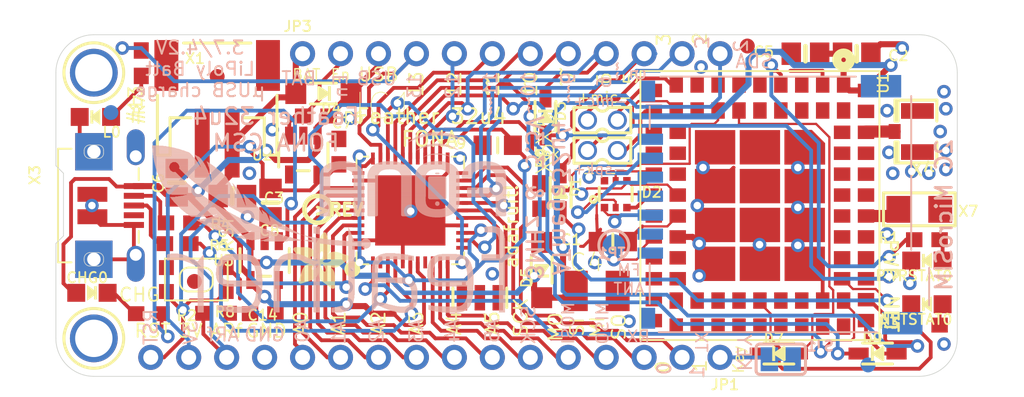
<source format=kicad_pcb>
(kicad_pcb (version 20211014) (generator pcbnew)
  (layers (0 "F.Cu" signal) (31 "B.Cu" signal) (34 "B.Paste" user) (35 "F.Paste" user) (36 "B.SilkS" user "B.Silkscreen") (37 "F.SilkS" user "F.Silkscreen") (38 "B.Mask" user) (39 "F.Mask" user) (44 "Edge.Cuts" user))
  (net 0 "")
  (net 1 "GND")
  (net 2 "D-")
  (net 3 "D+")
  (net 4 "MOSI")
  (net 5 "MISO")
  (net 6 "SCK")
  (net 7 "RST")
  (net 8 "N$11")
  (net 9 "N$12")
  (net 10 "A5")
  (net 11 "A4")
  (net 12 "A3")
  (net 13 "A2")
  (net 14 "A1")
  (net 15 "11")
  (net 16 "10")
  (net 17 "12")
  (net 18 "2")
  (net 19 "N$15")
  (net 20 "N$16")
  (net 21 "1")
  (net 22 "0")
  (net 23 "+3V3")
  (net 24 "VBUS")
  (net 25 "VBAT")
  (net 26 "N$2")
  (net 27 "AREF")
  (net 28 "13")
  (net 29 "A0")
  (net 30 "3")
  (net 31 "N$1")
  (net 32 "N$3")
  (net 33 "N$4")
  (net 34 "VRTC")
  (net 35 "NETSTAT")
  (net 36 "PWRSTAT")
  (net 37 "SIMRST")
  (net 38 "SIMCLK")
  (net 39 "SIMDATA")
  (net 40 "2.8V")
  (net 41 "UART_RXD")
  (net 42 "GSM_ANT")
  (net 43 "1.8V")
  (net 44 "MIC2+")
  (net 45 "MIC2-")
  (net 46 "SPEAKER2+")
  (net 47 "SPEAKER2-")
  (net 48 "UART_DTR")
  (net 49 "UART_RTS")
  (net 50 "8_UART_TXD")
  (net 51 "9_UART_RXD")
  (net 52 "7_UART_RI")
  (net 53 "5_UART_DTR")
  (net 54 "N$5")
  (net 55 "N$9")
  (net 56 "N$6")
  (net 57 "N$7")
  (net 58 "KEY")
  (net 59 "EN")
  (net 60 "6_UART_RTS")
  (net 61 "4_RST")
  (net 62 "FM_ANT")
  (footprint "boardEagle:0805-NO" (layer "F.Cu") (at 126.4266 103.4746 90)
    (fp_text reference "C6")
    (fp_text value "10µF")
  )
  (footprint "boardEagle:MOUNTINGHOLE_2.5_PLATED" (layer "F.Cu") (at 120.8786 96.1136 -90)
    (fp_text reference "U$31" hide)
    (fp_text value "MOUNTINGHOLE2.5" hide)
  )
  (footprint "boardEagle:0805-NO" (layer "F.Cu") (at 132.7046 104.8096 -90)
    (fp_text reference "C8")
    (fp_text value "10µF")
  )
  (footprint "boardEagle:0603-NO" (layer "F.Cu") (at 126.488387 107.554913)
    (fp_text reference "R5")
    (fp_text value "22")
  )
  (footprint "boardEagle:0603-NO" (layer "F.Cu") (at 124.5616 112.2426)
    (fp_text reference "R2")
    (fp_text value "1K")
  )
  (footprint "boardEagle:PCBFEAT-REV-040" (layer "F.Cu") (at 135.8646 105.2576)
    (fp_text reference "U$44" hide)
    (fp_text value "" hide)
  )
  (footprint "boardEagle:ANT_2450AT18B100" (layer "F.Cu") (at 176.1236 105.2576)
    (fp_text reference "X7")
    (fp_text value "ANT_2450AT18B100")
  )
  (footprint "boardEagle:TQFN44_7MM" (layer "F.Cu") (at 142.056784 105.331994)
    (fp_text reference "IC1")
    (fp_text value "ATMEGA32U4-MU")
  )
  (footprint "boardEagle:CHIPLED_0805_NOOUTLINE" (layer "F.Cu") (at 120.9836 99.0746 90)
    (fp_text reference "L0")
    (fp_text value "RED")
  )
  (footprint "boardEagle:0603-NO" (layer "F.Cu") (at 150.7236 104.3686 90)
    (fp_text reference "R9")
    (fp_text value "DNP")
  )
  (footprint "boardEagle:FIDUCIAL_1MM" (layer "F.Cu") (at 129.1336 96.3676 -90)
    (fp_text reference "U$34" hide)
    (fp_text value "FIDUCIAL\"\"" hide)
  )
  (footprint "boardEagle:U.FL" (layer "F.Cu") (at 175.9966 100.0506 180)
    (fp_text reference "X4")
    (fp_text value "uFL")
  )
  (footprint "boardEagle:CHIPLED_0805_NOOUTLINE" (layer "F.Cu") (at 176.6316 108.6866 90)
    (fp_text reference "PWRSTAT0")
    (fp_text value "GREEN")
  )
  (footprint "boardEagle:87758-0216" (layer "F.Cu") (at 154.9146 99.2886 -90)
    (fp_text reference "X5")
    (fp_text value "1x2")
  )
  (footprint "boardEagle:SOD-323" (layer "F.Cu") (at 152.1206 104.1146 -90)
    (fp_text reference "D1")
    (fp_text value "1N4148")
  )
  (footprint "boardEagle:CHIPLED_0805_NOOUTLINE" (layer "F.Cu") (at 176.6316 111.6076 90)
    (fp_text reference "NETSTAT0")
    (fp_text value "BLUE")
  )
  (footprint "boardEagle:_0805MP" (layer "F.Cu") (at 147.9074 100.970007 180)
    (fp_text reference "C9")
    (fp_text value "10uF")
  )
  (footprint "boardEagle:SOT23-5" (layer "F.Cu") (at 134.8994 101.6254 180)
    (fp_text reference "U2")
    (fp_text value "AP2112-3.3K")
  )
  (footprint "boardEagle:4UCONN_20329_V2" (layer "F.Cu") (at 122.7836 105.0036 -90)
    (fp_text reference "X3")
    (fp_text value "microUSB")
    (fp_line (start -3.15 1.6) (end -3.15 2.15) (layer "Edge.Cuts") (width 0.05))
    (fp_line (start 4.05 1.6) (end 4.05 2.2) (layer "Edge.Cuts") (width 0.05))
    (fp_line (start 3.15 2.2) (end 3.15 1.6) (layer "Edge.Cuts") (width 0.05))
    (fp_line (start -3.5 2.55) (end -3.7 2.55) (layer "Edge.Cuts") (width 0.05))
    (fp_line (start -4.05 2.15) (end -4.05 1.6) (layer "Edge.Cuts") (width 0.05))
    (fp_line (start -3.7 1.25) (end -3.5 1.25) (layer "Edge.Cuts") (width 0.05))
    (fp_arc (start 3.15 1.6) (mid 3.302513 1.331802) (end 3.6 1.25) (layer "Edge.Cuts") (width 0.05))
    (fp_arc (start -3.15 2.15) (mid -3.242157 2.422487) (end -3.5 2.55) (layer "Edge.Cuts") (width 0.05))
    (fp_arc (start -3.5 1.25) (mid -3.252513 1.352513) (end -3.15 1.6) (layer "Edge.Cuts") (width 0.05))
    (fp_arc (start -3.7 2.55) (mid -3.957843 2.422487) (end -4.05 2.15) (layer "Edge.Cuts") (width 0.05))
    (fp_arc (start 3.6 2.55) (mid 3.302513 2.468198) (end 3.15 2.2) (layer "Edge.Cuts") (width 0.05))
    (fp_arc (start 4.05 2.2) (mid 3.897487 2.468198) (end 3.6 2.55) (layer "Edge.Cuts") (width 0.05))
    (fp_arc (start 3.6 1.25) (mid 3.897487 1.331802) (end 4.05 1.6) (layer "Edge.Cuts") (width 0.05))
    (fp_arc (start -4.05 1.6) (mid -3.947487 1.352513) (end -3.7 1.25) (layer "Edge.Cuts") (width 0.05))
  )
  (footprint "boardEagle:KMR2" (layer "F.Cu") (at 127.7366 109.9566 180)
    (fp_text reference "SW1" hide)
    (fp_text value "SPST_TACT-KMR2" hide)
  )
  (footprint "boardEagle:SOT23-5" (layer "F.Cu") (at 132.3086 108.6866 180)
    (fp_text reference "U3")
    (fp_text value "MCP73831T-2ACI/OT")
  )
  (footprint "boardEagle:0603-NO" (layer "F.Cu") (at 137.2786 101.3966 90)
    (fp_text reference "C7")
    (fp_text value "1uF")
  )
  (footprint "boardEagle:0603-NO" (layer "F.Cu") (at 129.0574 112.216007)
    (fp_text reference "C14")
    (fp_text value "1uF")
  )
  (footprint "boardEagle:0805-NO" (layer "F.Cu") (at 171.9326 94.8436)
    (fp_text reference "C2")
    (fp_text value "33pF")
  )
  (footprint "boardEagle:0603-NO" (layer "F.Cu") (at 176.6316 107.2896 180)
    (fp_text reference "R1")
    (fp_text value "1K")
  )
  (footprint "" (layer "F.Cu") (at 176.1236 96.1136)
    (fp_text reference "@HOLE0" hide)
    (fp_text value "")
  )
  (footprint "boardEagle:C1210" (layer "F.Cu") (at 154.5336 110.7186)
    (fp_text reference "C4")
    (fp_text value "100uF")
  )
  (footprint "boardEagle:0805-NO" (layer "F.Cu") (at 168.5036 94.8436 180)
    (fp_text reference "C5")
    (fp_text value "10pF")
  )
  (footprint "boardEagle:SOD-323" (layer "F.Cu") (at 166.7256 114.9096)
    (fp_text reference "D7")
    (fp_text value "1N4148")
  )
  (footprint "boardEagle:RESONATOR-SMD" (layer "F.Cu") (at 146.712206 111.173994 180)
    (fp_text reference "Y1")
    (fp_text value "8MHz")
  )
  (footprint "boardEagle:0805-NO" (layer "F.Cu") (at 130.1496 104.3686)
    (fp_text reference "C3")
    (fp_text value "10µF")
  )
  (footprint "boardEagle:1X16_ROUND" (layer "F.Cu") (at 143.7386 115.1636 180)
    (fp_text reference "JP1")
    (fp_text value "")
  )
  (footprint "boardEagle:0603-NO" (layer "F.Cu") (at 132.1816 112.2426 180)
    (fp_text reference "R8")
    (fp_text value "2.2K")
  )
  (footprint "boardEagle:FIDUCIAL_1MM" (layer "F.Cu") (at 127.6096 110.0836)
    (fp_text reference "U$18" hide)
    (fp_text value "FIDUCIAL\"\"" hide)
  )
  (footprint "boardEagle:87758-0216" (layer "F.Cu") (at 154.9146 101.3206 -90)
    (fp_text reference "X6")
    (fp_text value "1x2")
  )
  (footprint "boardEagle:_0805MP" (layer "F.Cu") (at 155.6131 107.4166 180)
    (fp_text reference "C1")
    (fp_text value "10uF")
  )
  (footprint "boardEagle:0603-NO" (layer "F.Cu") (at 176.6316 113.0046 180)
    (fp_text reference "R3")
    (fp_text value "1K")
  )
  (footprint "boardEagle:SOD-323" (layer "F.Cu") (at 151.1046 99.0346 -90)
    (fp_text reference "D3")
    (fp_text value "1N4148")
  )
  (footprint "boardEagle:0603-NO" (layer "F.Cu") (at 135.7376 99.0092)
    (fp_text reference "R6")
    (fp_text value "100k")
  )
  (footprint "boardEagle:1X12_ROUND" (layer "F.Cu") (at 148.8186 94.8436)
    (fp_text reference "JP3")
    (fp_text value "")
  )
  (footprint "boardEagle:SOD-123" (layer "F.Cu") (at 150.8506 109.3216 90)
    (fp_text reference "D5")
    (fp_text value "MMSZ5231BT1G")
  )
  (footprint "boardEagle:SOT363" (layer "F.Cu") (at 155.8036 104.2416)
    (fp_text reference "D2")
    (fp_text value "SMF05C")
  )
  (footprint "boardEagle:ADAFRUIT_3.5MM" (layer "F.Cu") (at 134.2136 110.5916)
    (fp_text reference "U$7" hide)
    (fp_text value "" hide)
  )
  (footprint "boardEagle:SIM800L" (layer "F.Cu") (at 165.4556 105.0036 -90)
    (fp_text reference "U1")
    (fp_text value "SIM800H/L")
  )
  (footprint "boardEagle:0603-NO" (layer "F.Cu") (at 124.0536 95.4786 -90)
    (fp_text reference "R7")
    (fp_text value "2.2K")
  )
  (footprint "boardEagle:JSTPH2" (layer "F.Cu") (at 129.1336 97.1296)
    (fp_text reference "X1")
    (fp_text value "JSTPH")
  )
  (footprint "boardEagle:MOUNTINGHOLE_2.5_PLATED" (layer "F.Cu") (at 120.8786 113.8936 -90)
    (fp_text reference "U$32" hide)
    (fp_text value "MOUNTINGHOLE2.5" hide)
  )
  (footprint "boardEagle:FIDUCIAL_1MM" (layer "F.Cu") (at 164.6138 94.3286 -90)
    (fp_text reference "U$35" hide)
    (fp_text value "FIDUCIAL\"\"" hide)
  )
  (footprint "boardEagle:SOD-323" (layer "F.Cu") (at 173.3296 114.9096)
    (fp_text reference "D9")
    (fp_text value "1N4148")
  )
  (footprint "boardEagle:SOD-123" (layer "F.Cu") (at 136.2456 97.5106 180)
    (fp_text reference "D4")
    (fp_text value "MBR120")
  )
  (footprint "boardEagle:0603-NO" (layer "F.Cu") (at 126.5576 106.1656)
    (fp_text reference "R4")
    (fp_text value "22")
  )
  (footprint "boardEagle:CHIPLED_0805_NOOUTLINE" (layer "F.Cu") (at 120.7516 110.8456 -90)
    (fp_text reference "CHG0")
    (fp_text value "ORANGE")
  )
  (footprint "boardEagle:FIDUCIAL_1MM" (layer "B.Cu") (at 172.6946 115.6716 180)
    (fp_text reference "U$42" hide)
    (fp_text value "FIDUCIAL\"\"" hide)
  )
  (footprint "boardEagle:4UCONN_20217" (layer "B.Cu") (at 174.9806 112.8776 -90)
    (fp_text reference "X2" hide)
    (fp_text value "4UCON 20217" hide)
  )
  (footprint "boardEagle:TESTPOINT_ROUND_1.5MM" (layer "B.Cu") (at 155.6766 107.6706 180)
    (fp_text reference "TP1")
    (fp_text value "")
  )
  (footprint "boardEagle:FIDUCIAL_1MM" (layer "B.Cu") (at 122.0216 98.7806 180)
    (fp_text reference "U$23" hide)
    (fp_text value "FIDUCIAL\"\"" hide)
  )
  (footprint "boardEagle:FONA_LOGO_SMALL" (layer "B.Cu") (at 148.5646 105.8926 180)
    (fp_text reference "U$43" hide)
    (fp_text value "" hide)
  )
  (footprint "boardEagle:SOLDERJUMPER_CLOSEDWIRE" (layer "B.Cu") (at 166.8526 115.2906 180)
    (fp_text reference "SJ1")
    (fp_text value "")
  )
  (footprint "boardEagle:FEATHERLOGO" (layer "B.Cu") (at 149.0726 112.2426 180)
    (fp_text reference "U$25" hide)
    (fp_text value "" hide)
  )
  (gr_line (start 118.8466 107.0356) (end 118.3386 107.5436) (layer "Edge.Cuts") (width 0.05))
  (gr_line (start 178.6636 113.8936) (end 178.6636 96.1136) (layer "Edge.Cuts") (width 0.05))
  (gr_line (start 118.8466 102.8446) (end 118.8466 107.0356) (layer "Edge.Cuts") (width 0.05))
  (gr_line (start 118.3386 102.3366) (end 118.8466 102.8446) (layer "Edge.Cuts") (width 0.05))
  (gr_arc (start 120.8786 116.4336) (mid 119.082549 115.689651) (end 118.3386 113.8936) (layer "Edge.Cuts") (width 0.05))
  (gr_arc (start 118.3386 96.1136) (mid 119.082549 94.317549) (end 120.8786 93.5736) (layer "Edge.Cuts") (width 0.05))
  (gr_arc (start 178.6636 113.8936) (mid 177.919651 115.689651) (end 176.1236 116.4336) (layer "Edge.Cuts") (width 0.05))
  (gr_arc (start 176.1236 93.5736) (mid 177.919651 94.317549) (end 178.6636 96.1136) (layer "Edge.Cuts") (width 0.05))
  (gr_line (start 120.8786 116.4336) (end 176.1236 116.4336) (layer "Edge.Cuts") (width 0.05))
  (gr_line (start 118.3386 107.5436) (end 118.3386 113.8936) (layer "Edge.Cuts") (width 0.05))
  (gr_line (start 176.1236 93.5736) (end 120.8786 93.5736) (layer "Edge.Cuts") (width 0.05))
  (gr_line (start 118.3386 96.1136) (end 118.3386 102.3366) (layer "Edge.Cuts") (width 0.05))
  (gr_text "~~" (at 155.9306 95.9866 -90) (layer "B.SilkS") (effects (font (size 0.89408 0.89408) (thickness 0.12192)) (justify mirror)))
  (gr_text "9~~" (at 152.6286 97.1296 -270) (layer "B.SilkS") (effects (font (size 0.89408 0.89408) (thickness 0.12192)) (justify mirror)))
  (gr_text "0" (at 158.9786 115.9256 -90) (layer "B.SilkS") (effects (font (size 0.89408 0.89408) (thickness 0.12192)) (justify mirror)))
  (gr_text "ARf" (at 129.5146 113.6396) (layer "B.SilkS") (effects (font (size 0.89408 0.89408) (thickness 0.12192)) (justify mirror)))
  (gr_text "13" (at 142.3416 97.0026 -270) (layer "B.SilkS") (effects (font (size 0.89408 0.89408) (thickness 0.12192)) (justify mirror)))
  (gr_text "A0" (at 134.8486 113.3856 -270) (layer "B.SilkS") (effects (font (size 0.89408 0.89408) (thickness 0.12192)) (justify mirror)))
  (gr_text "MOSI" (at 152.6286 112.8776 -270) (layer "B.SilkS") (effects (font (size 0.78232 0.78232) (thickness 0.10668)) (justify mirror)))
  (gr_text "A3" (at 142.4686 113.3856 -270) (layer "B.SilkS") (effects (font (size 0.89408 0.89408) (thickness 0.12192)) (justify mirror)))
  (gr_text "0" (at 158.9786 115.9256 -90) (layer "B.SilkS") (effects (font (size 0.89408 0.89408) (thickness 0.12192)) (justify mirror)))
  (gr_text "KEY" (at 164.3888 114.8588 -90) (layer "B.SilkS") (effects (font (size 0.89408 0.89408) (thickness 0.12192)) (justify mirror)))
  (gr_text "SCK" (at 149.9616 113.0046 -270) (layer "B.SilkS") (effects (font (size 0.89408 0.89408) (thickness 0.12192)) (justify mirror)))
  (gr_text "En" (at 137.3886 97.0026 -270) (layer "B.SilkS") (effects (font (size 0.89408 0.89408) (thickness 0.12192)) (justify mirror)))
  (gr_text "GND" (at 132.3086 113.6396) (layer "B.SilkS") (effects (font (size 0.89408 0.89408) (thickness 0.12192)) (justify mirror)))
  (gr_text "-mic+" (at 154.7876 98.0186) (layer "B.SilkS") (effects (font (size 0.715264 0.715264) (thickness 0.097536)) (justify mirror)))
  (gr_text "2" (at 164.1856 94.3356 -270) (layer "B.SilkS") (effects (font (size 0.89408 0.89408) (thickness 0.12192)) (justify mirror)))
  (gr_text "FM\nANT" (at 156.6926 109.9566) (layer "B.SilkS") (effects (font (size 0.78232 0.78232) (thickness 0.10668)) (justify mirror)))
  (gr_text "A5" (at 147.5486 113.3856 -270) (layer "B.SilkS") (effects (font (size 0.89408 0.89408) (thickness 0.12192)) (justify mirror)))
  (gr_text "RST" (at 124.6886 113.1316 -270) (layer "B.SilkS") (effects (font (size 0.89408 0.89408) (thickness 0.12192)) (justify mirror)))
  (gr_text "A1" (at 137.2616 113.5126 -270) (layer "B.SilkS") (effects (font (size 0.89408 0.89408) (thickness 0.12192)) (justify mirror)))
  (gr_text "2" (at 164.1856 94.3356 -270) (layer "B.SilkS") (effects (font (size 0.89408 0.89408) (thickness 0.12192)) (justify mirror)))
  (gr_text "Feather 32u4\nFONA GSM" (at 133.0706 99.9236) (layer "B.SilkS") (effects (font (size 1.1049 1.1049) (thickness 0.1651)) (justify mirror)))
  (gr_text "2G MicroSIM" (at 177.7746 105.6386 -270) (layer "B.SilkS") (effects (font (size 1.0922 1.0922) (thickness 0.1778)) (justify mirror)))
  (gr_text "-spk+" (at 156.5656 102.9716) (layer "B.SilkS") (effects (font (size 0.715264 0.715264) (thickness 0.097536)) (justify left bottom mirror)))
  (gr_text "10~~" (at 149.9616 97.5106 -270) (layer "B.SilkS") (effects (font (size 0.89408 0.89408) (thickness 0.12192)) (justify mirror)))
  (gr_text "A2" (at 139.8016 113.3856 -270) (layer "B.SilkS") (effects (font (size 0.89408 0.89408) (thickness 0.12192)) (justify mirror)))
  (gr_text "1" (at 161.2646 116.1796 -270) (layer "B.SilkS") (effects (font (size 0.89408 0.89408) (thickness 0.12192)) (justify mirror)))
  (gr_text "6" (at 155.0416 96.7486 -270) (layer "B.SilkS") (effects (font (size 0.89408 0.89408) (thickness 0.12192)) (justify mirror)))
  (gr_text "TX" (at 161.5186 114.1476 -90) (layer "B.SilkS") (effects (font (size 0.78232 0.78232) (thickness 0.10668)) (justify mirror)))
  (gr_text "SDA" (at 165.0746 95.3516) (layer "B.SilkS") (effects (font (size 0.89408 0.89408) (thickness 0.12192)) (justify mirror)))
  (gr_text "12" (at 144.8816 97.0026 -270) (layer "B.SilkS") (effects (font (size 0.89408 0.89408) (thickness 0.12192)) (justify mirror)))
  (gr_text "USB" (at 139.8016 96.4946) (layer "B.SilkS") (effects (font (size 0.89408 0.89408) (thickness 0.12192)) (justify mirror)))
  (gr_text "3" (at 161.5186 94.0816 -90) (layer "B.SilkS") (effects (font (size 0.89408 0.89408) (thickness 0.12192)) (justify mirror)))
  (gr_text "RX" (at 157.3276 113.7666) (layer "B.SilkS") (effects (font (size 0.78232 0.78232) (thickness 0.10668)) (justify mirror)))
  (gr_text "MISO" (at 154.9146 112.8776 -270) (layer "B.SilkS") (effects (font (size 0.78232 0.78232) (thickness 0.10668)) (justify mirror)))
  (gr_text "3V" (at 127.3556 113.5126 -270) (layer "B.SilkS") (effects (font (size 0.89408 0.89408) (thickness 0.12192)) (justify mirror)))
  (gr_text "ATmega32u4\n8MHz & 3.3V" (at 151.2316 104.4956 -90) (layer "B.SilkS") (effects (font (size 1.1049 1.1049) (thickness 0.1651)) (justify mirror)))
  (gr_text "1" (at 161.2646 116.1796 -270) (layer "B.SilkS") (effects (font (size 0.89408 0.89408) (thickness 0.12192)) (justify mirror)))
  (gr_text "A4" (at 144.8816 113.3856 -270) (layer "B.SilkS") (effects (font (size 0.89408 0.89408) (thickness 0.12192)) (justify mirror)))
  (gr_text "3.7/4.2V\nLiPoly Batt\nµUSB charge" (at 127.9906 95.8596) (layer "B.SilkS") (effects (font (size 0.88392 0.88392) (thickness 0.13208)) (justify mirror)))
  (gr_text "11~~" (at 147.4216 97.5106 -270) (layer "B.SilkS") (effects (font (size 0.89408 0.89408) (thickness 0.12192)) (justify mirror)))
  (gr_text "BAT" (at 134.5946 96.4946) (layer "B.SilkS") (effects (font (size 0.89408 0.89408) (thickness 0.12192)) (justify mirror)))
  (gr_text "5" (at 157.3276 96.2406 -270) (layer "B.SilkS") (effects (font (size 0.89408 0.89408) (thickness 0.12192)) (justify mirror)))
  (gr_text "6" (at 155.0416 96.4946 90) (layer "F.SilkS") (effects (font (size 0.89408 0.89408) (thickness 0.12192))))
  (gr_text "~~" (at 152.1206 96.3676 90) (layer "F.SilkS") (effects (font (size 0.89408 0.89408) (thickness 0.12192))))
  (gr_text "#13" (at 123.6726 98.2726 90) (layer "F.SilkS") (effects (font (size 0.89408 0.89408) (thickness 0.12192))))
  (gr_text "RST" (at 129.7686 106.9086 90) (layer "F.SilkS") (effects (font (size 0.89408 0.89408) (thickness 0.12192))))
  (gr_text "Feather 32u4" (at 143.4846 99.0346) (layer "F.SilkS") (effects (font (size 0.99441 0.99441) (thickness 0.14859))))
  (gr_text "ARf" (at 129.7686 113.3856) (layer "F.SilkS") (effects (font (size 0.89408 0.89408) (thickness 0.12192))))
  (gr_text "GND" (at 132.4356 113.3856) (layer "F.SilkS") (effects (font (size 0.89408 0.89408) (thickness 0.12192))))
  (gr_text "SCK" (at 149.4536 112.4966 90) (layer "F.SilkS") (effects (font (size 0.89408 0.89408) (thickness 0.12192))))
  (gr_text "A1" (at 137.2616 112.8776 90) (layer "F.SilkS") (effects (font (size 0.89408 0.89408) (thickness 0.12192))))
  (gr_text "RST" (at 124.8156 113.3856) (layer "F.SilkS") (effects (font (size 0.89408 0.89408) (thickness 0.12192))))
  (gr_text "3V" (at 127.3556 113.3856) (layer "F.SilkS") (effects (font (size 0.89408 0.89408) (thickness 0.12192))))
  (gr_text "En" (at 137.3886 96.2406) (layer "F.SilkS") (effects (font (size 0.715264 0.715264) (thickness 0.097536))))
  (gr_text "BAT" (at 135.1026 96.2406) (layer "F.SilkS") (effects (font (size 0.715264 0.715264) (thickness 0.097536))))
  (gr_text "9" (at 152.6286 96.4946 90) (layer "F.SilkS") (effects (font (size 0.89408 0.89408) (thickness 0.12192))))
  (gr_text "CHG" (at 123.9266 110.9726) (layer "F.SilkS") (effects (font (size 0.89408 0.89408) (thickness 0.12192))))
  (gr_text "10" (at 150.0886 96.8756 90) (layer "F.SilkS") (effects (font (size 0.89408 0.89408) (thickness 0.12192))))
  (gr_text "MI\nSO" (at 155.2956 113.1316 90) (layer "F.SilkS") (effects (font (size 0.89408 0.89408) (thickness 0.12192))))
  (gr_text "3" (at 159.5501 94.3991 90) (layer "F.SilkS") (effects (font (size 0.89408 0.89408) (thickness 0.12192)) (justify left bottom)))
  (gr_text "+ -" (at 153.5176 103.2256) (layer "F.SilkS") (effects (font (size 0.715264 0.715264) (thickness 0.097536)) (justify left bottom)))
  (gr_text "~~" (at 147.1676 97.0026 90) (layer "F.SilkS") (effects (font (size 0.89408 0.89408) (thickness 0.12192))))
  (gr_text "Key" (at 164.4396 116.3066 90) (layer "F.SilkS") (effects (font (size 0.715264 0.715264) (thickness 0.097536)) (justify left bottom)))
  (gr_text "adafruit!" (at 148.8186 106.4006 90) (layer "F.SilkS") (effects (font (size 0.88392 0.88392) (thickness 0.13208))))
  (gr_text "USB" (at 139.9286 96.2406) (layer "F.SilkS") (effects (font (size 0.89408 0.89408) (thickness 0.12192))))
  (gr_text "PWR" (at 173.7106 107.1626 270) (layer "F.SilkS") (effects (font (size 0.8636 0.8636) (thickness 0.1524)) (justify left bottom)))
  (gr_text "11" (at 147.5486 96.8756 90) (layer "F.SilkS") (effects (font (size 0.89408 0.89408) (thickness 0.12192))))
  (gr_text "13" (at 142.4686 96.8756 90) (layer "F.SilkS") (effects (font (size 0.89408 0.89408) (thickness 0.12192))))
  (gr_text "A0" (at 134.7216 112.8776 90) (layer "F.SilkS") (effects (font (size 0.89408 0.89408) (thickness 0.12192))))
  (gr_text "NET" (at 173.7106 110.9091 270) (layer "F.SilkS") (effects (font (size 0.90678 0.90678) (thickness 0.16002)) (justify left bottom)))
  (gr_text "1" (at 161.9631 116.2431 90) (layer "F.SilkS") (effects (font (size 0.89408 0.89408) (thickness 0.12192)) (justify left bottom)))
  (gr_text "MO\nSI" (at 152.5016 113.1316 90) (layer "F.SilkS") (effects (font (size 0.89408 0.89408) (thickness 0.12192))))
  (gr_text "5" (at 156.8196 96.4946 90) (layer "F.SilkS") (effects (font (size 0.89408 0.89408) (thickness 0.12192))))
  (gr_text "FONA" (at 143.3576 100.5586) (layer "F.SilkS") (effects (font (size 0.99441 0.99441) (thickness 0.14859))))
  (gr_text "A3" (at 142.4686 112.8776 90) (layer "F.SilkS") (effects (font (size 0.89408 0.89408) (thickness 0.12192))))
  (gr_text "~~" (at 149.7076 97.0026 90) (layer "F.SilkS") (effects (font (size 0.715264 0.715264) (thickness 0.097536))))
  (gr_text "A2" (at 139.9286 112.8776 90) (layer "F.SilkS") (effects (font (size 0.89408 0.89408) (thickness 0.12192))))
  (gr_text "12" (at 145.0086 96.8756 90) (layer "F.SilkS") (effects (font (size 0.89408 0.89408) (thickness 0.12192))))
  (gr_text "2" (at 161.9631 94.3356 90) (layer "F.SilkS") (effects (font (size 0.89408 0.89408) (thickness 0.12192)) (justify left bottom)))
  (gr_text "spk" (at 150.2156 101.9556) (layer "F.SilkS") (effects (font (size 0.715264 0.715264) (thickness 0.097536)) (justify left bottom)))
  (gr_text "A5" (at 147.5486 112.8776 90) (layer "F.SilkS") (effects (font (size 0.89408 0.89408) (thickness 0.12192))))
  (gr_text "A4" (at 145.0086 112.8776 90) (layer "F.SilkS") (effects (font (size 0.89408 0.89408) (thickness 0.12192))))
  (gr_text "0" (at 159.4866 116.3066 90) (layer "F.SilkS") (effects (font (size 0.89408 0.89408) (thickness 0.12192)) (justify left bottom)))
  (gr_text "+mic-" (at 155.0416 97.7646) (layer "F.SilkS") (effects (font (size 0.715264 0.715264) (thickness 0.097536))))
  (segment (start 138.581784 103.331994) (end 140.415993 103.331994) (width 0.254) (layer "F.Cu") (net 1))
  (segment (start 175.5816 110.0836) (end 175.5816 108.6866) (width 0.3048) (layer "F.Cu") (net 1))
  (segment (start 155.8036 104.7496) (end 155.6766 104.6226) (width 0.1524) (layer "F.Cu") (net 1))
  (segment (start 154.7851 106.5936) (end 153.6446 107.7341) (width 0.2032) (layer "F.Cu") (net 1))
  (segment (start 169.6556 111.3636) (end 169.6556 108.9036) (width 0.254) (layer "F.Cu") (net 1))
  (segment (start 123.3836 108.6036) (end 123.6836 108.3036) (width 0.254) (layer "F.Cu") (net 1))
  (segment (start 129.8576 109.1566) (end 130.6576 109.9566) (width 0.254) (layer "F.Cu") (net 1))
  (segment (start 141.556784 105.915416) (end 142.0876 105.3846) (width 0.254) (layer "F.Cu") (net 1))
  (segment (start 155.6766 104.6226) (end 154.6606 104.6226) (width 0.1524) (layer "F.Cu") (net 1))
  (segment (start 162.4556 108.9036) (end 161.6566 109.7026) (width 0.254) (layer "F.Cu") (net 1))
  (segment (start 132.3086 105.7596) (end 132.7046 105.7596) (width 0.254) (layer "F.Cu") (net 1))
  (segment (start 172.8826 94.8436) (end 173.5176 94.2086) (width 0.4064) (layer "F.Cu") (net 1))
  (segment (start 161.6566 109.7026) (end 161.3916 109.7026) (width 0.254) (layer "F.Cu") (net 1))
  (segment (start 123.5586 106.3036) (end 123.5586 108.1786) (width 0.254) (layer "F.Cu") (net 1))
  (segment (start 129.7366 109.1566) (end 129.8576 109.1566) (width 0.254) (layer "F.Cu") (net 1))
  (segment (start 121.3336 106.3036) (end 120.7836 105.7536) (width 0.254) (layer "F.Cu") (net 1))
  (segment (start 132.3086 107.3865) (end 132.3086 105.7596) (width 0.254) (layer "F.Cu") (net 1))
  (segment (start 142.2146 105.1306) (end 142.2146 105.2576) (width 0.254) (layer "F.Cu") (net 1))
  (segment (start 154.5336 104.7496) (end 154.5336 105.6386) (width 0.1524) (layer "F.Cu") (net 1))
  (segment (start 141.556784 108.806994) (end 141.556784 105.915416) (width 0.254) (layer "F.Cu") (net 1))
  (segment (start 167.4876 95.9866) (end 169.6466 95.9866) (width 0.254) (layer "F.Cu") (net 1))
  (segment (start 123.5586 106.3036) (end 121.3336 106.3036) (width 0.254) (layer "F.Cu") (net 1))
  (segment (start 169.6466 95.9866) (end 169.6466 96.8946) (width 0.254) (layer "F.Cu") (net 1))
  (segment (start 169.6556 108.9036) (end 168.4556 108.9036) (width 0.254) (layer "F.Cu") (net 1))
  (segment (start 119.9336 101.4036) (end 120.8836 101.4036) (width 0.254) (layer "F.Cu") (net 1))
  (segment (start 143.415993 106.331994) (end 142.2146 105.1306) (width 0.254) (layer "F.Cu") (net 1))
  (segment (start 159.9556 107.1036) (end 160.9516 107.1036) (width 0.4064) (layer "F.Cu") (net 1))
  (segment (start 153.6446 107.7341) (end 153.4541 107.7341) (width 0.2032) (layer "F.Cu") (net 1))
  (segment (start 130.6576 109.9566) (end 130.6576 111.2266) (width 0.254) (layer "F.Cu") (net 1))
  (segment (start 142.0876 105.8926) (end 142.0876 105.3846) (width 0.254) (layer "F.Cu") (net 1))
  (segment (start 154.6606 104.6226) (end 154.5336 104.7496) (width 0.1524) (layer "F.Cu") (net 1))
  (segment (start 154.5336 105.6386) (end 154.5336 105.8951) (width 0.2032) (layer "F.Cu") (net 1))
  (segment (start 169.6466 96.8946) (end 169.6556 96.9036) (width 0.254) (layer "F.Cu") (net 1))
  (segment (start 140.648206 107.331994) (end 142.0876 105.8926) (width 0.254) (layer "F.Cu") (net 1))
  (segment (start 145.531784 106.331994) (end 143.415993 106.331994) (width 0.254) (layer "F.Cu") (net 1))
  (segment (start 173.5176 94.2086) (end 174.8536 94.2086) (width 0.4064) (layer "F.Cu") (net 1))
  (segment (start 138.581784 107.331994) (end 140.648206 107.331994) (width 0.254) (layer "F.Cu") (net 1))
  (segment (start 140.415993 103.331994) (end 142.2146 105.1306) (width 0.254) (layer "F.Cu") (net 1))
  (segment (start 119.9336 99.0746) (end 119.9336 101.4036) (width 0.254) (layer "F.Cu") (net 1))
  (segment (start 120.8836 108.6036) (end 123.3836 108.6036) (width 0.254) (layer "F.Cu") (net 1))
  (segment (start 155.8036 105.1416) (end 155.8036 104.7496) (width 0.1524) (layer "F.Cu") (net 1))
  (segment (start 142.2146 105.2576) (end 142.0876 105.3846) (width 0.254) (layer "F.Cu") (net 1))
  (segment (start 144.556784 102.788416) (end 142.2146 105.1306) (width 0.254) (layer "F.Cu") (net 1))
  (segment (start 123.5586 108.1786) (end 123.6836 108.3036) (width 0.254) (layer "F.Cu") (net 1))
  (segment (start 154.5336 105.8951) (end 154.5971 107.4166) (width 0.2032) (layer "F.Cu") (net 1))
  (segment (start 144.556784 101.856994) (end 144.556784 102.788416) (width 0.254) (layer "F.Cu") (net 1))
  (segment (start 154.5971 107.4166) (end 154.7851 106.5936) (width 0.2032) (layer "F.Cu") (net 1))
  (segment (start 162.4556 103.7036) (end 163.6956 102.4636) (width 0.254) (layer "F.Cu") (net 1))
  (segment (start 160.9516 107.1036) (end 161.3916 107.5436) (width 0.4064) (layer "F.Cu") (net 1))
  (via (at 173.9646 98.6536) (size 0.9064) (drill 0.5) (layers "F.Cu" "B.Cu") (net 1))
  (via (at 131.1656 105.7656) (size 0.9064) (drill 0.5) (layers "F.Cu" "B.Cu") (net 1))
  (via (at 173.9646 106.9086) (size 0.9064) (drill 0.5) (layers "F.Cu" "B.Cu") (net 1))
  (via (at 161.5186 95.7326) (size 0.9064) (drill 0.5) (layers "F.Cu" "B.Cu") (net 1))
  (via (at 131.2926 102.8446) (size 0.9064) (drill 0.5) (layers "F.Cu" "B.Cu") (net 1))
  (via (at 161.6456 102.4636) (size 0.9064) (drill 0.5) (layers "F.Cu" "B.Cu") (net 1))
  (via (at 161.3916 107.5436) (size 0.9064) (drill 0.5) (layers "F.Cu" "B.Cu") (net 1))
  (via (at 174.0916 101.4476) (size 0.9064) (drill 0.5) (layers "F.Cu" "B.Cu") (net 1))
  (via (at 177.9016 101.3206) (size 0.9064) (drill 0.5) (layers "F.Cu" "B.Cu") (net 1))
  (via (at 165.4302 107.6198) (size 0.9064) (drill 0.5) (layers "F.Cu" "B.Cu") (net 1))
  (via (at 132.8166 99.9236) (size 0.9064) (drill 0.5) (layers "F.Cu" "B.Cu") (net 1))
  (via (at 120.7516 105.0036) (size 0.9064) (drill 0.5) (layers "F.Cu" "B.Cu") (net 1))
  (via (at 145.3896 101.8286) (size 0.9064) (drill 0.5) (layers "F.Cu" "B.Cu") (net 1))
  (via (at 167.9956 105.1306) (size 0.9064) (drill 0.5) (layers "F.Cu" "B.Cu") (net 1))
  (via (at 174.9806 94.4626) (size 0.9064) (drill 0.5) (layers "F.Cu" "B.Cu") (net 1))
  (via (at 142.0876 105.3846) (size 0.9064) (drill 0.5) (layers "F.Cu" "B.Cu") (net 1))
  (via (at 177.9016 102.5906) (size 0.9064) (drill 0.5) (layers "F.Cu" "B.Cu") (net 1))
  (via (at 177.7746 114.2746) (size 0.9064) (drill 0.5) (layers "F.Cu" "B.Cu") (net 1))
  (via (at 177.7746 97.3836) (size 0.9064) (drill 0.5) (layers "F.Cu" "B.Cu") (net 1))
  (via (at 147.5486 109.5756) (size 0.9064) (drill 0.5) (layers "F.Cu" "B.Cu") (net 1))
  (via (at 154.4066 108.8136) (size 0.9064) (drill 0.5) (layers "F.Cu" "B.Cu") (net 1))
  (via (at 175.4886 110.2106) (size 0.9064) (drill 0.5) (layers "F.Cu" "B.Cu") (net 1))
  (via (at 177.9016 98.5266) (size 0.9064) (drill 0.5) (layers "F.Cu" "B.Cu") (net 1))
  (via (at 161.2646 105.0036) (size 0.9064) (drill 0.5) (layers "F.Cu" "B.Cu") (net 1))
  (via (at 174.3456 102.8446) (size 0.9064) (drill 0.5) (layers "F.Cu" "B.Cu") (net 1))
  (via (at 175.6156 102.7176) (size 0.9064) (drill 0.5) (layers "F.Cu" "B.Cu") (net 1))
  (via (at 156.6926 112.7506) (size 0.9064) (drill 0.5) (layers "F.Cu" "B.Cu") (net 1))
  (via (at 167.9956 102.4636) (size 0.9064) (drill 0.5) (layers "F.Cu" "B.Cu") (net 1))
  (via (at 138.0236 99.1616) (size 0.9064) (drill 0.5) (layers "F.Cu" "B.Cu") (net 1))
  (via (at 161.3916 109.7026) (size 0.9064) (drill 0.5) (layers "F.Cu" "B.Cu") (net 1))
  (via (at 176.7586 102.8446) (size 0.9064) (drill 0.5) (layers "F.Cu" "B.Cu") (net 1))
  (via (at 167.9956 107.6706) (size 0.9064) (drill 0.5) (layers "F.Cu" "B.Cu") (net 1))
  (via (at 177.5206 100.0506) (size 0.9064) (drill 0.5) (layers "F.Cu" "B.Cu") (net 1))
  (segment (start 140.556784 110.750816) (end 140.0556 111.252) (width 0.254) (layer "F.Cu") (net 2))
  (segment (start 140.556784 108.806994) (end 140.556784 110.750816) (width 0.254) (layer "F.Cu") (net 2))
  (segment (start 127.4076 106.1656) (end 128.1366 106.1656) (width 0.254) (layer "F.Cu") (net 2))
  (segment (start 128.1366 106.1656) (end 129.0066 107.0356) (width 0.254) (layer "F.Cu") (net 2))
  (via (at 140.0556 111.252) (size 0.9064) (drill 0.5) (layers "F.Cu" "B.Cu") (net 2))
  (via (at 129.0066 107.0356) (size 0.9064) (drill 0.5) (layers "F.Cu" "B.Cu") (net 2))
  (segment (start 130.5306 108.5596) (end 130.5306 110.8456) (width 0.254) (layer "B.Cu") (net 2))
  (segment (start 138.557 112.7506) (end 140.0556 111.252) (width 0.254) (layer "B.Cu") (net 2))
  (segment (start 129.0066 107.0356) (end 130.5306 108.5596) (width 0.254) (layer "B.Cu") (net 2))
  (segment (start 132.4356 112.7506) (end 138.557 112.7506) (width 0.254) (layer "B.Cu") (net 2))
  (segment (start 130.5306 110.8456) (end 132.4356 112.7506) (width 0.254) (layer "B.Cu") (net 2))
  (segment (start 127.338387 107.554913) (end 128.001912 107.554913) (width 0.254) (layer "F.Cu") (net 3))
  (segment (start 141.056784 108.806994) (end 141.056784 110.322785) (width 0.254) (layer "F.Cu") (net 3))
  (segment (start 128.001912 107.554913) (end 128.6256 108.1786) (width 0.254) (layer "F.Cu") (net 3))
  (segment (start 142.1384 111.4044) (end 142.1384 112.2172) (width 0.254) (layer "F.Cu") (net 3))
  (segment (start 141.056784 110.322785) (end 142.1384 111.4044) (width 0.254) (layer "F.Cu") (net 3))
  (via (at 142.1384 112.2172) (size 0.9064) (drill 0.5) (layers "F.Cu" "B.Cu") (net 3))
  (via (at 128.6256 108.1786) (size 0.9064) (drill 0.5) (layers "F.Cu" "B.Cu") (net 3))
  (segment (start 130.2766 113.3856) (end 129.3876 112.4966) (width 0.254) (layer "B.Cu") (net 3))
  (segment (start 129.3876 108.9406) (end 128.6256 108.1786) (width 0.254) (layer "B.Cu") (net 3))
  (segment (start 140.97 113.3856) (end 142.1384 112.2172) (width 0.254) (layer "B.Cu") (net 3))
  (segment (start 130.2766 113.3856) (end 140.97 113.3856) (width 0.254) (layer "B.Cu") (net 3))
  (segment (start 129.3876 112.4966) (end 129.3876 108.9406) (width 0.254) (layer "B.Cu") (net 3))
  (segment (start 147.2946 113.3856) (end 148.3106 113.3856) (width 0.254) (layer "F.Cu") (net 4))
  (segment (start 146.7866 112.8776) (end 147.2946 113.3856) (width 0.254) (layer "F.Cu") (net 4))
  (segment (start 150.5966 113.8936) (end 151.8666 115.1636) (width 0.254) (layer "F.Cu") (net 4))
  (segment (start 144.3736 112.8776) (end 146.7866 112.8776) (width 0.254) (layer "F.Cu") (net 4))
  (segment (start 151.8666 115.1636) (end 152.6286 115.1636) (width 0.254) (layer "F.Cu") (net 4))
  (segment (start 148.8186 113.8936) (end 150.5966 113.8936) (width 0.254) (layer "F.Cu") (net 4))
  (segment (start 148.3106 113.3856) (end 148.8186 113.8936) (width 0.254) (layer "F.Cu") (net 4))
  (segment (start 144.056784 108.806994) (end 144.056784 112.560785) (width 0.254) (layer "F.Cu") (net 4))
  (segment (start 144.056784 112.560785) (end 144.3736 112.8776) (width 0.254) (layer "F.Cu") (net 4))
  (segment (start 144.56339 108.8136) (end 144.556784 108.806994) (width 0.254) (layer "F.Cu") (net 5))
  (segment (start 147.0406 112.3696) (end 147.5486 112.8776) (width 0.254) (layer "F.Cu") (net 5))
  (segment (start 150.9776 113.3856) (end 151.4856 113.8936) (width 0.254) (layer "F.Cu") (net 5))
  (segment (start 148.5646 112.8776) (end 149.0726 113.3856) (width 0.254) (layer "F.Cu") (net 5))
  (segment (start 147.5486 112.8776) (end 148.5646 112.8776) (width 0.254) (layer "F.Cu") (net 5))
  (segment (start 144.6276 112.3696) (end 147.0406 112.3696) (width 0.254) (layer "F.Cu") (net 5))
  (segment (start 144.56339 108.8136) (end 144.56339 112.305391) (width 0.254) (layer "F.Cu") (net 5))
  (segment (start 144.56339 112.305391) (end 144.6276 112.3696) (width 0.254) (layer "F.Cu") (net 5))
  (segment (start 155.0416 115.1636) (end 155.1686 115.1636) (width 0.254) (layer "F.Cu") (net 5))
  (segment (start 154.4066 115.1636) (end 155.1686 115.1636) (width 0.254) (layer "F.Cu") (net 5))
  (segment (start 153.1366 113.8936) (end 154.4066 115.1636) (width 0.254) (layer "F.Cu") (net 5))
  (segment (start 149.0726 113.3856) (end 150.9776 113.3856) (width 0.254) (layer "F.Cu") (net 5))
  (segment (start 151.4856 113.8936) (end 153.1366 113.8936) (width 0.254) (layer "F.Cu") (net 5))
  (segment (start 143.556784 112.822785) (end 144.1196 113.3856) (width 0.254) (layer "F.Cu") (net 6))
  (segment (start 144.1196 113.3856) (end 146.5326 113.3856) (width 0.254) (layer "F.Cu") (net 6))
  (segment (start 146.5326 113.3856) (end 147.0406 113.8936) (width 0.254) (layer "F.Cu") (net 6))
  (segment (start 143.556784 108.806994) (end 143.556784 112.822785) (width 0.254) (layer "F.Cu") (net 6))
  (segment (start 147.0406 113.8936) (end 148.0566 113.8936) (width 0.254) (layer "F.Cu") (net 6))
  (segment (start 148.0566 113.8936) (end 149.3266 115.1636) (width 0.254) (layer "F.Cu") (net 6))
  (segment (start 149.3266 115.1636) (end 150.0886 115.1636) (width 0.254) (layer "F.Cu") (net 6))
  (segment (start 149.9616 115.0366) (end 150.0886 115.1636) (width 0.254) (layer "B.Cu") (net 6))
  (segment (start 146.193993 107.331994) (end 146.6596 107.7976) (width 0.254) (layer "F.Cu") (net 7))
  (segment (start 129.1396 111.3536) (end 127.3556 111.3536) (width 0.254) (layer "F.Cu") (net 7))
  (segment (start 129.7366 110.7566) (end 129.1396 111.3536) (width 0.254) (layer "F.Cu") (net 7))
  (segment (start 126.8476 112.1156) (end 126.8476 113.8936) (width 0.254) (layer "F.Cu") (net 7))
  (segment (start 125.7366 110.7566) (end 125.7366 111.0046) (width 0.254) (layer "F.Cu") (net 7))
  (segment (start 126.8476 111.9886) (end 126.8476 111.8616) (width 0.254) (layer "F.Cu") (net 7))
  (segment (start 125.7366 111.0046) (end 126.8476 112.1156) (width 0.254) (layer "F.Cu") (net 7))
  (segment (start 125.5776 115.1636) (end 124.6886 115.1636) (width 0.254) (layer "F.Cu") (net 7))
  (segment (start 127.3556 111.3536) (end 127.2286 111.4806) (width 0.254) (layer "F.Cu") (net 7))
  (segment (start 145.531784 107.331994) (end 146.193993 107.331994) (width 0.254) (layer "F.Cu") (net 7))
  (segment (start 126.8476 113.8936) (end 125.5776 115.1636) (width 0.254) (layer "F.Cu") (net 7))
  (segment (start 126.8476 111.8616) (end 127.2286 111.4806) (width 0.254) (layer "F.Cu") (net 7))
  (segment (start 126.8476 111.9886) (end 126.8476 112.1156) (width 0.254) (layer "F.Cu") (net 7))
  (segment (start 146.6596 107.7976) (end 147.0406 107.7976) (width 0.254) (layer "F.Cu") (net 7))
  (segment (start 124.6886 115.1636) (end 124.8156 115.1636) (width 0.254) (layer "F.Cu") (net 7))
  (via (at 147.0406 107.7976) (size 0.9064) (drill 0.5) (layers "F.Cu" "B.Cu") (net 7))
  (via (at 126.8476 111.9886) (size 0.9064) (drill 0.5) (layers "F.Cu" "B.Cu") (net 7))
  (segment (start 141.9606 99.0346) (end 140.8176 99.0346) (width 0.254) (layer "B.Cu") (net 7))
  (segment (start 145.7706 100.4316) (end 146.2786 100.9396) (width 0.254) (layer "B.Cu") (net 7))
  (segment (start 143.3576 100.4316) (end 145.7706 100.4316) (width 0.254) (layer "B.Cu") (net 7))
  (segment (start 146.2786 100.9396) (end 146.2786 104.7496) (width 0.254) (layer "B.Cu") (net 7))
  (segment (start 129.2606 104.3686) (end 131.5466 104.3686) (width 0.254) (layer "B.Cu") (net 7))
  (segment (start 146.2786 104.7496) (end 147.6756 106.1466) (width 0.254) (layer "B.Cu") (net 7))
  (segment (start 147.6756 107.1626) (end 147.0406 107.7976) (width 0.254) (layer "B.Cu") (net 7))
  (segment (start 133.3246 106.1466) (end 135.7376 106.1466) (width 0.254) (layer "B.Cu") (net 7))
  (segment (start 126.7206 106.9086) (end 126.7206 111.8616) (width 0.254) (layer "B.Cu") (net 7))
  (segment (start 136.1186 105.7656) (end 136.1186 102.4636) (width 0.254) (layer "B.Cu") (net 7))
  (segment (start 136.1186 102.4636) (end 135.3566 101.7016) (width 0.254) (layer "B.Cu") (net 7))
  (segment (start 140.8176 99.0346) (end 140.0556 98.2726) (width 0.254) (layer "B.Cu") (net 7))
  (segment (start 137.3886 98.2726) (end 140.0556 98.2726) (width 0.254) (layer "B.Cu") (net 7))
  (segment (start 135.3566 100.3046) (end 137.3886 98.2726) (width 0.254) (layer "B.Cu") (net 7))
  (segment (start 135.3566 101.7016) (end 135.3566 100.3046) (width 0.254) (layer "B.Cu") (net 7))
  (segment (start 131.5466 104.3686) (end 133.3246 106.1466) (width 0.254) (layer "B.Cu") (net 7))
  (segment (start 126.7206 111.8616) (end 126.8476 111.9886) (width 0.254) (layer "B.Cu") (net 7))
  (segment (start 135.7376 106.1466) (end 136.1186 105.7656) (width 0.254) (layer "B.Cu") (net 7))
  (segment (start 147.6756 106.1466) (end 147.6756 107.1626) (width 0.254) (layer "B.Cu") (net 7))
  (segment (start 126.7206 106.9086) (end 129.2606 104.3686) (width 0.254) (layer "B.Cu") (net 7))
  (segment (start 141.9606 99.0346) (end 143.3576 100.4316) (width 0.254) (layer "B.Cu") (net 7))
  (segment (start 147.233993 105.831994) (end 147.9296 106.5276) (width 0.254) (layer "F.Cu") (net 8))
  (segment (start 147.0406 108.6866) (end 145.6436 110.0836) (width 0.254) (layer "F.Cu") (net 8))
  (segment (start 147.9296 108.6866) (end 147.0406 108.6866) (width 0.254) (layer "F.Cu") (net 8))
  (segment (start 147.9296 106.5276) (end 147.9296 108.6866) (width 0.254) (layer "F.Cu") (net 8))
  (segment (start 145.531784 105.831994) (end 147.233993 105.831994) (width 0.254) (layer "F.Cu") (net 8))
  (segment (start 145.6436 110.0836) (end 145.6436 111.305388) (width 0.254) (layer "F.Cu") (net 8))
  (segment (start 145.6436 111.305388) (end 145.512206 111.173994) (width 0.254) (layer "F.Cu") (net 8))
  (segment (start 145.531784 105.331994) (end 147.425993 105.331994) (width 0.254) (layer "F.Cu") (net 9))
  (segment (start 147.425993 105.331994) (end 148.4376 106.3436) (width 0.254) (layer "F.Cu") (net 9))
  (segment (start 148.4376 106.3436) (end 148.4376 110.6486) (width 0.254) (layer "F.Cu") (net 9))
  (segment (start 148.4376 110.6486) (end 147.912206 111.173994) (width 0.254) (layer "F.Cu") (net 9))
  (segment (start 141.4526 113.5126) (end 140.9446 113.0046) (width 0.254) (layer "F.Cu") (net 10))
  (segment (start 137.584206 106.331994) (end 138.581784 106.331994) (width 0.254) (layer "F.Cu") (net 10))
  (segment (start 136.8806 107.0356) (end 137.584206 106.331994) (width 0.254) (layer "F.Cu") (net 10))
  (segment (start 147.0406 115.1636) (end 145.7706 113.8936) (width 0.254) (layer "F.Cu") (net 10))
  (segment (start 143.7386 113.8936) (end 143.3576 113.5126) (width 0.254) (layer "F.Cu") (net 10))
  (segment (start 143.3576 113.5126) (end 141.4526 113.5126) (width 0.254) (layer "F.Cu") (net 10))
  (segment (start 139.1666 113.0046) (end 138.6586 112.4966) (width 0.254) (layer "F.Cu") (net 10))
  (segment (start 147.0406 115.1636) (end 147.5486 115.1636) (width 0.254) (layer "F.Cu") (net 10))
  (segment (start 136.8806 112.2426) (end 136.8806 107.0356) (width 0.254) (layer "F.Cu") (net 10))
  (segment (start 145.7706 113.8936) (end 143.7386 113.8936) (width 0.254) (layer "F.Cu") (net 10))
  (segment (start 137.1346 112.4966) (end 136.8806 112.2426) (width 0.254) (layer "F.Cu") (net 10))
  (segment (start 138.6586 112.4966) (end 137.1346 112.4966) (width 0.254) (layer "F.Cu") (net 10))
  (segment (start 140.9446 113.0046) (end 139.1666 113.0046) (width 0.254) (layer "F.Cu") (net 10))
  (segment (start 141.1986 114.0206) (end 143.1036 114.0206) (width 0.254) (layer "F.Cu") (net 11))
  (segment (start 138.9126 113.5126) (end 140.6906 113.5126) (width 0.254) (layer "F.Cu") (net 11))
  (segment (start 144.2466 115.1636) (end 145.0086 115.1636) (width 0.254) (layer "F.Cu") (net 11))
  (segment (start 137.322206 105.831994) (end 136.3726 106.7816) (width 0.254) (layer "F.Cu") (net 11))
  (segment (start 143.1036 114.0206) (end 144.2466 115.1636) (width 0.254) (layer "F.Cu") (net 11))
  (segment (start 138.581784 105.831994) (end 137.322206 105.831994) (width 0.254) (layer "F.Cu") (net 11))
  (segment (start 136.3726 106.7816) (end 136.3726 112.4966) (width 0.254) (layer "F.Cu") (net 11))
  (segment (start 138.4046 113.0046) (end 138.9126 113.5126) (width 0.254) (layer "F.Cu") (net 11))
  (segment (start 140.6906 113.5126) (end 141.1986 114.0206) (width 0.254) (layer "F.Cu") (net 11))
  (segment (start 136.8806 113.0046) (end 138.4046 113.0046) (width 0.254) (layer "F.Cu") (net 11))
  (segment (start 136.3726 112.4966) (end 136.8806 113.0046) (width 0.254) (layer "F.Cu") (net 11))
  (segment (start 135.8646 112.8776) (end 135.8646 106.5276) (width 0.254) (layer "F.Cu") (net 12))
  (segment (start 136.4996 113.5126) (end 135.8646 112.8776) (width 0.254) (layer "F.Cu") (net 12))
  (segment (start 140.4366 114.0206) (end 138.6586 114.0206) (width 0.254) (layer "F.Cu") (net 12))
  (segment (start 141.5796 115.1636) (end 140.4366 114.0206) (width 0.254) (layer "F.Cu") (net 12))
  (segment (start 142.4686 115.1636) (end 141.5796 115.1636) (width 0.254) (layer "F.Cu") (net 12))
  (segment (start 138.6586 114.0206) (end 138.1506 113.5126) (width 0.254) (layer "F.Cu") (net 12))
  (segment (start 138.1506 113.5126) (end 136.4996 113.5126) (width 0.254) (layer "F.Cu") (net 12))
  (segment (start 135.8646 106.5276) (end 137.060206 105.331994) (width 0.254) (layer "F.Cu") (net 12))
  (segment (start 137.060206 105.331994) (end 138.581784 105.331994) (width 0.254) (layer "F.Cu") (net 12))
  (segment (start 137.8966 114.0206) (end 136.1186 114.0206) (width 0.254) (layer "F.Cu") (net 13))
  (segment (start 139.0396 115.1636) (end 137.8966 114.0206) (width 0.254) (layer "F.Cu") (net 13))
  (segment (start 135.3566 106.2736) (end 136.798206 104.831994) (width 0.254) (layer "F.Cu") (net 13))
  (segment (start 136.798206 104.831994) (end 138.581784 104.831994) (width 0.254) (layer "F.Cu") (net 13))
  (segment (start 135.3566 113.2586) (end 135.3566 106.2736) (width 0.254) (layer "F.Cu") (net 13))
  (segment (start 139.9286 115.1636) (end 139.0396 115.1636) (width 0.254) (layer "F.Cu") (net 13))
  (segment (start 136.1186 114.0206) (end 135.3566 113.2586) (width 0.254) (layer "F.Cu") (net 13))
  (segment (start 134.8486 113.5126) (end 136.4996 115.1636) (width 0.254) (layer "F.Cu") (net 14))
  (segment (start 138.581784 104.331994) (end 136.536206 104.331994) (width 0.254) (layer "F.Cu") (net 14))
  (segment (start 136.536206 104.331994) (end 134.8486 106.0196) (width 0.254) (layer "F.Cu") (net 14))
  (segment (start 136.4996 115.1636) (end 137.3886 115.1636) (width 0.254) (layer "F.Cu") (net 14))
  (segment (start 134.8486 106.0196) (end 134.8486 113.5126) (width 0.254) (layer "F.Cu") (net 14))
  (segment (start 145.531784 107.831994) (end 145.5166 107.847179) (width 0.254) (layer "F.Cu") (net 15))
  (segment (start 142.5956 97.1296) (end 140.9446 97.1296) (width 0.254) (layer "F.Cu") (net 15))
  (segment (start 145.5166 107.847179) (end 145.5166 108.8136) (width 0.254) (layer "F.Cu") (net 15))
  (segment (start 139.6746 99.9236) (end 139.5476 99.9236) (width 0.254) (layer "F.Cu") (net 15))
  (segment (start 147.5486 94.8436) (end 146.2786 96.1136) (width 0.254) (layer "F.Cu") (net 15))
  (segment (start 146.2786 96.1136) (end 143.6116 96.1136) (width 0.254) (layer "F.Cu") (net 15))
  (segment (start 140.9446 97.1296) (end 139.9286 98.1456) (width 0.254) (layer "F.Cu") (net 15))
  (segment (start 139.9286 98.1456) (end 139.9286 99.6696) (width 0.254) (layer "F.Cu") (net 15))
  (segment (start 143.6116 96.1136) (end 142.5956 97.1296) (width 0.254) (layer "F.Cu") (net 15))
  (segment (start 139.9286 99.6696) (end 139.6746 99.9236) (width 0.254) (layer "F.Cu") (net 15))
  (via (at 145.5166 108.8136) (size 0.9064) (drill 0.5) (layers "F.Cu" "B.Cu") (net 15))
  (via (at 139.5476 99.9236) (size 0.9064) (drill 0.5) (layers "F.Cu" "B.Cu") (net 15))
  (segment (start 145.5166 105.8926) (end 145.5166 108.8136) (width 0.254) (layer "B.Cu") (net 15))
  (segment (start 139.5476 99.9236) (end 145.5166 105.8926) (width 0.254) (layer "B.Cu") (net 15))
  (segment (start 147.5486 96.6216) (end 143.8656 96.6216) (width 0.254) (layer "F.Cu") (net 16))
  (segment (start 150.0886 94.8436) (end 149.3266 94.8436) (width 0.254) (layer "F.Cu") (net 16))
  (segment (start 143.8656 96.6216) (end 141.056784 99.430416) (width 0.254) (layer "F.Cu") (net 16))
  (segment (start 141.056784 99.430416) (end 141.056784 101.856994) (width 0.254) (layer "F.Cu") (net 16))
  (segment (start 149.3266 94.8436) (end 147.5486 96.6216) (width 0.254) (layer "F.Cu") (net 16))
  (segment (start 143.056784 101.856994) (end 143.056784 100.478416) (width 0.254) (layer "F.Cu") (net 17))
  (segment (start 143.056784 100.478416) (end 144.5006 99.0346) (width 0.254) (layer "F.Cu") (net 17))
  (segment (start 144.8816 99.0346) (end 144.5006 99.0346) (width 0.254) (layer "F.Cu") (net 17))
  (via (at 144.8816 99.0346) (size 0.9064) (drill 0.5) (layers "F.Cu" "B.Cu") (net 17))
  (segment (start 144.8816 94.9706) (end 144.8816 99.0346) (width 0.254) (layer "B.Cu") (net 17))
  (segment (start 145.0086 94.8436) (end 144.8816 94.9706) (width 0.254) (layer "B.Cu") (net 17))
  (segment (start 147.331206 104.331994) (end 145.531784 104.331994) (width 0.254) (layer "F.Cu") (net 18))
  (segment (start 147.331206 104.331994) (end 147.8026 103.8606) (width 0.254) (layer "F.Cu") (net 18))
  (via (at 147.8026 103.8606) (size 0.9064) (drill 0.5) (layers "F.Cu" "B.Cu") (net 18))
  (segment (start 162.7886 94.8436) (end 162.9156 94.8436) (width 0.254) (layer "B.Cu") (net 18))
  (segment (start 147.2946 100.0506) (end 147.2946 103.2256) (width 0.254) (layer "B.Cu") (net 18))
  (segment (start 147.8026 103.7336) (end 147.8026 103.8606) (width 0.254) (layer "B.Cu") (net 18))
  (segment (start 156.4386 97.6376) (end 157.2006 98.3996) (width 0.254) (layer "B.Cu") (net 18))
  (segment (start 148.0566 99.2886) (end 147.2946 100.0506) (width 0.254) (layer "B.Cu") (net 18))
  (segment (start 147.2946 103.2256) (end 147.8026 103.7336) (width 0.254) (layer "B.Cu") (net 18))
  (segment (start 156.4386 97.6376) (end 148.0566 97.6376) (width 0.254) (layer "B.Cu") (net 18))
  (segment (start 162.1536 98.3996) (end 162.7886 97.7646) (width 0.254) (layer "B.Cu") (net 18))
  (segment (start 157.2006 98.3996) (end 162.1536 98.3996) (width 0.254) (layer "B.Cu") (net 18))
  (segment (start 148.0566 97.6376) (end 148.0566 99.2886) (width 0.254) (layer "B.Cu") (net 18))
  (segment (start 162.7886 97.7646) (end 162.7886 94.8436) (width 0.254) (layer "B.Cu") (net 18))
  (segment (start 124.4346 105.0036) (end 124.6886 105.2576) (width 0.254) (layer "F.Cu") (net 19))
  (segment (start 124.6886 105.2576) (end 124.6886 106.986125) (width 0.254) (layer "F.Cu") (net 19))
  (segment (start 125.257387 107.554913) (end 125.638387 107.554913) (width 0.254) (layer "F.Cu") (net 19))
  (segment (start 124.6886 106.986125) (end 125.257387 107.554913) (width 0.254) (layer "F.Cu") (net 19))
  (segment (start 123.5586 105.0036) (end 124.4346 105.0036) (width 0.254) (layer "F.Cu") (net 19))
  (segment (start 125.3236 104.7496) (end 125.3236 106.1656) (width 0.254) (layer "F.Cu") (net 20))
  (segment (start 123.5586 104.3536) (end 124.9276 104.3536) (width 0.254) (layer "F.Cu") (net 20))
  (segment (start 125.3236 106.1656) (end 125.7076 106.1656) (width 0.254) (layer "F.Cu") (net 20))
  (segment (start 124.9276 104.3536) (end 125.3236 104.7496) (width 0.254) (layer "F.Cu") (net 20))
  (segment (start 146.172206 103.331994) (end 147.0406 102.4636) (width 0.254) (layer "F.Cu") (net 21))
  (segment (start 160.1216 115.1636) (end 160.2486 115.1636) (width 0.254) (layer "F.Cu") (net 21))
  (segment (start 154.7876 113.3856) (end 155.9306 113.3856) (width 0.254) (layer "F.Cu") (net 21))
  (segment (start 145.531784 103.331994) (end 146.172206 103.331994) (width 0.254) (layer "F.Cu") (net 21))
  (segment (start 149.9616 112.3696) (end 151.7396 112.3696) (width 0.254) (layer "F.Cu") (net 21))
  (segment (start 152.2476 112.8776) (end 154.2796 112.8776) (width 0.254) (layer "F.Cu") (net 21))
  (segment (start 149.4536 106.5276) (end 149.7076 106.2736) (width 0.254) (layer "F.Cu") (net 21))
  (segment (start 148.5646 102.4636) (end 147.0406 102.4636) (width 0.254) (layer "F.Cu") (net 21))
  (segment (start 151.7396 112.3696) (end 152.2476 112.8776) (width 0.254) (layer "F.Cu") (net 21))
  (segment (start 149.4536 111.8616) (end 149.4536 106.5276) (width 0.254) (layer "F.Cu") (net 21))
  (segment (start 149.7076 103.6066) (end 148.5646 102.4636) (width 0.254) (layer "F.Cu") (net 21))
  (segment (start 158.9786 114.0206) (end 160.1216 115.1636) (width 0.254) (layer "F.Cu") (net 21))
  (segment (start 154.2796 112.8776) (end 154.7876 113.3856) (width 0.254) (layer "F.Cu") (net 21))
  (segment (start 155.9306 113.3856) (end 156.5656 114.0206) (width 0.254) (layer "F.Cu") (net 21))
  (segment (start 149.4536 111.8616) (end 149.9616 112.3696) (width 0.254) (layer "F.Cu") (net 21))
  (segment (start 156.5656 114.0206) (end 158.9786 114.0206) (width 0.254) (layer "F.Cu") (net 21))
  (segment (start 149.7076 106.2736) (end 149.7076 103.6066) (width 0.254) (layer "F.Cu") (net 21))
  (segment (start 155.6766 113.8936) (end 156.9466 115.1636) (width 0.254) (layer "F.Cu") (net 22))
  (segment (start 149.1996 106.0196) (end 148.9456 106.2736) (width 0.254) (layer "F.Cu") (net 22))
  (segment (start 153.3906 113.3856) (end 153.8986 113.8936) (width 0.254) (layer "F.Cu") (net 22))
  (segment (start 151.4856 112.8776) (end 151.9936 113.3856) (width 0.254) (layer "F.Cu") (net 22))
  (segment (start 153.8986 113.8936) (end 155.6766 113.8936) (width 0.254) (layer "F.Cu") (net 22))
  (segment (start 146.434206 103.831994) (end 147.2946 102.9716) (width 0.254) (layer "F.Cu") (net 22))
  (segment (start 147.2946 102.9716) (end 148.3106 102.9716) (width 0.254) (layer "F.Cu") (net 22))
  (segment (start 148.3106 102.9716) (end 149.1996 103.8606) (width 0.254) (layer "F.Cu") (net 22))
  (segment (start 156.9466 115.1636) (end 157.7086 115.1636) (width 0.254) (layer "F.Cu") (net 22))
  (segment (start 151.9936 113.3856) (end 153.3906 113.3856) (width 0.254) (layer "F.Cu") (net 22))
  (segment (start 149.5806 112.8776) (end 151.4856 112.8776) (width 0.254) (layer "F.Cu") (net 22))
  (segment (start 149.1996 103.8606) (end 149.1996 106.0196) (width 0.254) (layer "F.Cu") (net 22))
  (segment (start 148.9456 112.2426) (end 149.5806 112.8776) (width 0.254) (layer "F.Cu") (net 22))
  (segment (start 148.9456 106.2736) (end 148.9456 112.2426) (width 0.254) (layer "F.Cu") (net 22))
  (segment (start 145.531784 103.831994) (end 146.434206 103.831994) (width 0.254) (layer "F.Cu") (net 22))
  (segment (start 144.6276 100.4316) (end 145.3896 100.4316) (width 0.254) (layer "F.Cu") (net 23))
  (segment (start 139.047078 102.3667) (end 138.730228 102.3667) (width 0.254) (layer "F.Cu") (net 23))
  (segment (start 144.056784 101.002416) (end 144.056784 101.856994) (width 0.254) (layer "F.Cu") (net 23))
  (segment (start 137.327071 102.295072) (end 138.6586 102.295072) (width 0.254) (layer "F.Cu") (net 23))
  (segment (start 148.9234 100.970007) (end 149.7076 101.754207) (width 0.254) (layer "F.Cu") (net 23))
  (segment (start 132.1816 102.2096) (end 131.2926 101.3206) (width 0.254) (layer "F.Cu") (net 23))
  (segment (start 138.6586 102.295072) (end 138.6586 101.7016) (width 0.254) (layer "F.Cu") (net 23))
  (segment (start 131.2926 101.3206) (end 131.2926 101.0666) (width 0.254) (layer "F.Cu") (net 23))
  (segment (start 138.6586 107.90881) (end 138.6586 108.8136) (width 0.254) (layer "F.Cu") (net 23))
  (segment (start 138.581784 107.831994) (end 138.6586 107.90881) (width 0.254) (layer "F.Cu") (net 23))
  (segment (start 142.056784 108.806994) (end 142.056784 109.911216) (width 0.254) (layer "F.Cu") (net 23))
  (segment (start 132.7046 103.7486) (end 132.9436 103.9876) (width 0.254) (layer "F.Cu") (net 23))
  (segment (start 146.609206 106.831994) (end 146.7866 106.6546) (width 0.254) (layer "F.Cu") (net 23))
  (segment (start 138.730228 102.3667) (end 138.6586 102.295072) (width 0.254) (layer "F.Cu") (net 23))
  (segment (start 149.7076 101.754207) (end 149.7076 102.3366) (width 0.254) (layer "F.Cu") (net 23))
  (segment (start 132.9436 103.9876) (end 135.3566 103.9876) (width 0.254) (layer "F.Cu") (net 23))
  (segment (start 148.9234 100.6634) (end 148.9234 100.970007) (width 0.254) (layer "F.Cu") (net 23))
  (segment (start 144.056784 101.002416) (end 144.6276 100.4316) (width 0.254) (layer "F.Cu") (net 23))
  (segment (start 135.3566 103.9876) (end 135.8494 103.4948) (width 0.254) (layer "F.Cu") (net 23))
  (segment (start 132.1816 103.2256) (end 132.7046 103.7486) (width 0.254) (layer "F.Cu") (net 23))
  (segment (start 148.1836 99.9236) (end 148.9234 100.6634) (width 0.254) (layer "F.Cu") (net 23))
  (segment (start 145.531784 106.831994) (end 146.609206 106.831994) (width 0.254) (layer "F.Cu") (net 23))
  (segment (start 135.8494 102.9255) (end 136.5997 102.9255) (width 0.254) (layer "F.Cu") (net 23))
  (segment (start 138.730228 102.3667) (end 138.730228 102.831994) (width 0.254) (layer "F.Cu") (net 23))
  (segment (start 138.730228 102.831994) (end 138.581784 102.831994) (width 0.254) (layer "F.Cu") (net 23))
  (segment (start 132.7046 103.7486) (end 132.7046 103.8596) (width 0.254) (layer "F.Cu") (net 23))
  (segment (start 132.1816 102.2096) (end 132.1816 103.2256) (width 0.254) (layer "F.Cu") (net 23))
  (segment (start 137.327071 102.295072) (end 137.2786 102.2466) (width 0.254) (layer "F.Cu") (net 23))
  (segment (start 145.8976 99.9236) (end 148.1836 99.9236) (width 0.254) (layer "F.Cu") (net 23))
  (segment (start 136.5997 102.9255) (end 137.2786 102.2466) (width 0.254) (layer "F.Cu") (net 23))
  (segment (start 139.556784 101.856994) (end 139.047078 102.3667) (width 0.254) (layer "F.Cu") (net 23))
  (segment (start 145.3896 100.4316) (end 145.8976 99.9236) (width 0.254) (layer "F.Cu") (net 23))
  (segment (start 142.056784 109.911216) (end 141.9606 110.0074) (width 0.254) (layer "F.Cu") (net 23))
  (segment (start 135.8494 103.4948) (end 135.8494 102.9255) (width 0.254) (layer "F.Cu") (net 23))
  (via (at 131.2926 101.0666) (size 0.9064) (drill 0.5) (layers "F.Cu" "B.Cu") (net 23))
  (via (at 146.7866 106.6546) (size 0.9064) (drill 0.5) (layers "F.Cu" "B.Cu") (net 23))
  (via (at 141.9606 110.0074) (size 0.9064) (drill 0.5) (layers "F.Cu" "B.Cu") (net 23))
  (via (at 138.6586 108.8136) (size 0.9064) (drill 0.5) (layers "F.Cu" "B.Cu") (net 23))
  (via (at 138.6586 101.7016) (size 0.9064) (drill 0.5) (layers "F.Cu" "B.Cu") (net 23))
  (via (at 149.7076 102.3366) (size 0.9064) (drill 0.5) (layers "F.Cu" "B.Cu") (net 23))
  (segment (start 145.7198 110.0074) (end 141.9606 110.0074) (width 0.254) (layer "B.Cu") (net 23))
  (segment (start 127.2286 114.0206) (end 125.8316 112.6236) (width 0.254) (layer "B.Cu") (net 23))
  (segment (start 146.0246 107.4166) (end 146.0246 108.1786) (width 0.254) (layer "B.Cu") (net 23))
  (segment (start 147.0406 108.6866) (end 148.1836 108.6866) (width 0.254) (layer "B.Cu") (net 23))
  (segment (start 127.2286 115.1636) (end 127.2286 114.0206) (width 0.254) (layer "B.Cu") (net 23))
  (segment (start 146.5326 109.1946) (end 145.7198 110.0074) (width 0.254) (layer "B.Cu") (net 23))
  (segment (start 146.7866 106.6546) (end 146.0246 107.4166) (width 0.254) (layer "B.Cu") (net 23))
  (segment (start 149.7076 107.1626) (end 149.7076 102.3366) (width 0.254) (layer "B.Cu") (net 23))
  (segment (start 138.6586 101.7016) (end 138.6586 108.8136) (width 0.254) (layer "B.Cu") (net 23))
  (segment (start 148.1836 108.6866) (end 149.7076 107.1626) (width 0.254) (layer "B.Cu") (net 23))
  (segment (start 129.0066 101.0666) (end 131.2926 101.0666) (width 0.254) (layer "B.Cu") (net 23))
  (segment (start 146.0246 108.1786) (end 146.5326 108.6866) (width 0.254) (layer "B.Cu") (net 23))
  (segment (start 125.8316 112.6236) (end 125.8316 104.2416) (width 0.254) (layer "B.Cu") (net 23))
  (segment (start 146.5326 109.1946) (end 147.0406 108.6866) (width 0.254) (layer "B.Cu") (net 23))
  (segment (start 146.5326 108.6866) (end 146.5326 109.1946) (width 0.254) (layer "B.Cu") (net 23))
  (segment (start 140.7668 108.8136) (end 141.9606 110.0074) (width 0.254) (layer "B.Cu") (net 23))
  (segment (start 125.8316 104.2416) (end 129.0066 101.0666) (width 0.254) (layer "B.Cu") (net 23))
  (segment (start 140.7668 108.8136) (end 138.6586 108.8136) (width 0.254) (layer "B.Cu") (net 23))
  (segment (start 125.1666 103.7036) (end 125.7046 104.2416) (width 0.4064) (layer "F.Cu") (net 24))
  (segment (start 119.3546 107.0864) (end 119.3546 103.4796) (width 0.254) (layer "F.Cu") (net 24))
  (segment (start 138.0862 97.5106) (end 138.0956 97.5106) (width 0.254) (layer "F.Cu") (net 24))
  (segment (start 126.3706 104.2416) (end 126.3706 104.3686) (width 0.254) (layer "F.Cu") (net 24))
  (segment (start 122.4026 103.7336) (end 123.5286 103.7336) (width 0.254) (layer "F.Cu") (net 24))
  (segment (start 123.5286 103.7336) (end 123.5586 103.7036) (width 0.254) (layer "F.Cu") (net 24))
  (segment (start 128.8796 106.0196) (end 129.2606 106.0196) (width 0.4064) (layer "F.Cu") (net 24))
  (segment (start 118.8466 107.5944) (end 119.3546 107.0864) (width 0.254) (layer "F.Cu") (net 24))
  (segment (start 142.9766 112.8776) (end 142.8496 113.0046) (width 0.254) (layer "F.Cu") (net 24))
  (segment (start 127.2286 104.3686) (end 128.8796 106.0196) (width 0.4064) (layer "F.Cu") (net 24))
  (segment (start 137.8966 111.7346) (end 139.0396 111.7346) (width 0.4064) (layer "F.Cu") (net 24))
  (segment (start 119.3546 103.4796) (end 119.6086 103.2256) (width 0.254) (layer "F.Cu") (net 24))
  (segment (start 121.8946 103.2256) (end 122.4026 103.7336) (width 0.254) (layer "F.Cu") (net 24))
  (segment (start 139.5476 112.2426) (end 140.9446 112.2426) (width 0.4064) (layer "F.Cu") (net 24))
  (segment (start 119.6086 103.2256) (end 121.8946 103.2256) (width 0.254) (layer "F.Cu") (net 24))
  (segment (start 131.3586 109.7686) (end 131.3586 109.9867) (width 0.254) (layer "F.Cu") (net 24))
  (segment (start 140.9446 112.2426) (end 141.7066 113.0046) (width 0.254) (layer "F.Cu") (net 24))
  (segment (start 127.4826 104.3686) (end 127.2286 104.3686) (width 0.4064) (layer "F.Cu") (net 24))
  (segment (start 139.9286 95.6776) (end 139.9286 94.8436) (width 0.4064) (layer "F.Cu") (net 24))
  (segment (start 119.4816 110.8456) (end 118.8466 110.2106) (width 0.254) (layer "F.Cu") (net 24))
  (segment (start 136.5876 99.0092) (end 138.0862 97.5106) (width 0.4064) (layer "F.Cu") (net 24))
  (segment (start 131.3586 109.9867) (end 131.3586 110.1496) (width 0.254) (layer "F.Cu") (net 24))
  (segment (start 138.0956 97.5106) (end 139.9286 95.6776) (width 0.4064) (layer "F.Cu") (net 24))
  (segment (start 137.7696 111.6076) (end 137.8966 111.7346) (width 0.4064) (layer "F.Cu") (net 24))
  (segment (start 135.2296 101.9556) (end 133.0706 101.9556) (width 0.4064) (layer "F.Cu") (net 24))
  (segment (start 135.8494 101.3358) (end 135.2296 101.9556) (width 0.4064) (layer "F.Cu") (net 24))
  (segment (start 130.6576 109.0676) (end 131.3586 109.7686) (width 0.4064) (layer "F.Cu") (net 24))
  (segment (start 123.5586 103.7036) (end 125.1666 103.7036) (width 0.4064) (layer "F.Cu") (net 24))
  (segment (start 126.3706 104.3686) (end 127.2286 104.3686) (width 0.4064) (layer "F.Cu") (net 24))
  (segment (start 141.7066 113.0046) (end 142.8496 113.0046) (width 0.254) (layer "F.Cu") (net 24))
  (segment (start 118.8466 110.2106) (end 118.8466 107.5944) (width 0.254) (layer "F.Cu") (net 24))
  (segment (start 135.8494 99.7474) (end 136.5876 99.0092) (width 0.4064) (layer "F.Cu") (net 24))
  (segment (start 135.8494 100.3253) (end 135.8494 99.7474) (width 0.4064) (layer "F.Cu") (net 24))
  (segment (start 119.7016 110.8456) (end 119.4816 110.8456) (width 0.254) (layer "F.Cu") (net 24))
  (segment (start 142.556784 108.806994) (end 142.556784 109.435185) (width 0.254) (layer "F.Cu") (net 24))
  (segment (start 127.8636 103.9876) (end 127.4826 104.3686) (width 0.4064) (layer "F.Cu") (net 24))
  (segment (start 126.2436 104.3686) (end 126.3706 104.3686) (width 0.254) (layer "F.Cu") (net 24))
  (segment (start 142.556784 109.435185) (end 142.9766 109.855) (width 0.254) (layer "F.Cu") (net 24))
  (segment (start 129.2606 106.0196) (end 130.6576 107.4166) (width 0.4064) (layer "F.Cu") (net 24))
  (segment (start 139.0396 111.7346) (end 139.5476 112.2426) (width 0.4064) (layer "F.Cu") (net 24))
  (segment (start 126.3706 104.3686) (end 126.4266 104.4246) (width 0.254) (layer "F.Cu") (net 24))
  (segment (start 142.9766 109.855) (end 142.9766 112.8776) (width 0.254) (layer "F.Cu") (net 24))
  (segment (start 131.3586 110.1496) (end 132.3086 111.0996) (width 0.4064) (layer "F.Cu") (net 24))
  (segment (start 133.0706 101.9556) (end 132.4356 101.3206) (width 0.4064) (layer "F.Cu") (net 24))
  (segment (start 130.6576 107.4166) (end 130.6576 109.0676) (width 0.4064) (layer "F.Cu") (net 24))
  (segment (start 135.8494 101.3358) (end 135.8494 100.3253) (width 0.4064) (layer "F.Cu") (net 24))
  (segment (start 125.7046 104.2416) (end 126.3706 104.2416) (width 0.254) (layer "F.Cu") (net 24))
  (via (at 127.8636 103.9876) (size 0.9064) (drill 0.5) (layers "F.Cu" "B.Cu") (net 24))
  (via (at 132.3086 111.0996) (size 0.9064) (drill 0.5) (layers "F.Cu" "B.Cu") (net 24))
  (via (at 132.4356 101.3206) (size 0.9064) (drill 0.5) (layers "F.Cu" "B.Cu") (net 24))
  (via (at 137.7696 111.6076) (size 0.9064) (drill 0.5) (layers "F.Cu" "B.Cu") (net 24))
  (segment (start 129.8956 101.9556) (end 131.8006 101.9556) (width 0.4064) (layer "B.Cu") (net 24))
  (segment (start 127.8636 103.9876) (end 129.8956 101.9556) (width 0.4064) (layer "B.Cu") (net 24))
  (segment (start 132.8166 111.6076) (end 137.7696 111.6076) (width 0.4064) (layer "B.Cu") (net 24))
  (segment (start 132.3086 111.0996) (end 132.8166 111.6076) (width 0.4064) (layer "B.Cu") (net 24))
  (segment (start 131.8006 101.9556) (end 132.4356 101.3206) (width 0.4064) (layer "B.Cu") (net 24))
  (segment (start 150.3426 110.6636) (end 150.3426 109.7026) (width 0.4064) (layer "F.Cu") (net 25))
  (segment (start 172.5556 97.2686) (end 174.2186 95.6056) (width 0.4064) (layer "F.Cu") (net 25))
  (segment (start 129.1996 103.7946) (end 129.1996 104.3686) (width 0.254) (layer "F.Cu") (net 25))
  (segment (start 172.5556 97.3036) (end 172.5556 97.2686) (width 0.254) (layer "F.Cu") (net 25))
  (segment (start 153.348181 110.5916) (end 153.1336 110.7186) (width 0.254) (layer "F.Cu") (net 25))
  (segment (start 131.6736 108.8136) (end 132.4356 108.8136) (width 0.4064) (layer "F.Cu") (net 25))
  (segment (start 130.1336 100.8296) (end 133.1986 97.7646) (width 0.4064) (layer "F.Cu") (net 25))
  (segment (start 171.4556 97.3036) (end 172.5556 97.3036) (width 0.4064) (layer "F.Cu") (net 25))
  (segment (start 130.1336 102.8606) (end 129.1996 103.7946) (width 0.4064) (layer "F.Cu") (net 25))
  (segment (start 169.4536 94.8436) (end 170.9826 94.8436) (width 0.4064) (layer "F.Cu") (net 25))
  (segment (start 171.0556 94.9166) (end 171.0556 96.9036) (width 0.4064) (layer "F.Cu") (net 25))
  (segment (start 134.1416 97.7646) (end 134.3956 97.5106) (width 0.254) (layer "F.Cu") (net 25))
  (segment (start 134.3956 97.5106) (end 134.3956 95.2966) (width 0.4064) (layer "F.Cu") (net 25))
  (segment (start 131.3586 108.4986) (end 131.6736 108.8136) (width 0.4064) (layer "F.Cu") (net 25))
  (segment (start 150.8506 111.1716) (end 150.3426 110.6636) (width 0.254) (layer "F.Cu") (net 25))
  (segment (start 133.1986 97.7646) (end 134.1416 97.7646) (width 0.4064) (layer "F.Cu") (net 25))
  (segment (start 131.3586 107.2286) (end 131.3586 107.3865) (width 0.4064) (layer "F.Cu") (net 25))
  (segment (start 150.8506 111.1716) (end 152.2996 111.1716) (width 0.4064) (layer "F.Cu") (net 25))
  (segment (start 152.279443 109.522863) (end 152.279443 107.79275) (width 0.4064) (layer "F.Cu") (net 25))
  (segment (start 171.0556 96.9036) (end 171.4556 97.3036) (width 0.4064) (layer "F.Cu") (net 25))
  (segment (start 170.9826 94.8436) (end 171.0556 94.9166) (width 0.254) (layer "F.Cu") (net 25))
  (segment (start 131.3586 107.3865) (end 131.3586 108.4986) (width 0.4064) (layer "F.Cu") (net 25))
  (segment (start 152.8796 110.5916) (end 153.1336 110.7186) (width 0.4064) (layer "F.Cu") (net 25))
  (segment (start 152.2996 111.1716) (end 152.8796 110.5916) (width 0.4064) (layer "F.Cu") (net 25))
  (segment (start 129.1996 104.3686) (end 129.1996 105.0696) (width 0.254) (layer "F.Cu") (net 25))
  (segment (start 130.1336 100.8296) (end 130.1336 102.8606) (width 0.4064) (layer "F.Cu") (net 25))
  (segment (start 152.279443 109.522863) (end 153.348181 110.5916) (width 0.4064) (layer "F.Cu") (net 25))
  (segment (start 129.1996 105.0696) (end 131.3586 107.2286) (width 0.4064) (layer "F.Cu") (net 25))
  (segment (start 134.3956 95.2966) (end 134.8486 94.8436) (width 0.4064) (layer "F.Cu") (net 25))
  (via (at 150.3426 109.7026) (size 0.9064) (drill 0.5) (layers "F.Cu" "B.Cu") (net 25))
  (via (at 152.279443 107.79275) (size 0.9064) (drill 0.5) (layers "F.Cu" "B.Cu") (net 25))
  (via (at 132.4356 108.8136) (size 0.9064) (drill 0.5) (layers "F.Cu" "B.Cu") (net 25))
  (via (at 174.2186 95.6056) (size 0.9064) (drill 0.5) (layers "F.Cu" "B.Cu") (net 25))
  (segment (start 166.8526 94.7166) (end 167.7416 95.6056) (width 0.4064) (layer "B.Cu") (net 25))
  (segment (start 151.8666 107.252907) (end 152.279443 107.79275) (width 0.4064) (layer "B.Cu") (net 25))
  (segment (start 162.5346 99.0346) (end 157.0736 99.0346) (width 0.4064) (layer "B.Cu") (net 25))
  (segment (start 156.1846 98.1456) (end 152.3746 98.1456) (width 0.254) (layer "B.Cu") (net 25))
  (segment (start 151.1046 100.0506) (end 151.1046 100.6856) (width 0.4064) (layer "B.Cu") (net 25))
  (segment (start 132.4356 108.8136) (end 137.3886 108.8136) (width 0.4064) (layer "B.Cu") (net 25))
  (segment (start 137.3886 108.8136) (end 138.2776 109.7026) (width 0.4064) (layer "B.Cu") (net 25))
  (segment (start 140.4874 109.7026) (end 141.6304 110.8456) (width 0.3048) (layer "B.Cu") (net 25))
  (segment (start 152.3746 98.1456) (end 151.7396 98.7806) (width 0.3048) (layer "B.Cu") (net 25))
  (segment (start 151.8666 101.4476) (end 151.8666 107.252907) (width 0.4064) (layer "B.Cu") (net 25))
  (segment (start 164.6936 95.2246) (end 165.2016 94.7166) (width 0.4064) (layer "B.Cu") (net 25))
  (segment (start 157.0736 99.0346) (end 156.1846 98.1456) (width 0.254) (layer "B.Cu") (net 25))
  (segment (start 138.2776 109.7026) (end 140.4874 109.7026) (width 0.4064) (layer "B.Cu") (net 25))
  (segment (start 164.6936 96.8756) (end 164.6936 95.2246) (width 0.4064) (layer "B.Cu") (net 25))
  (segment (start 151.7396 99.4156) (end 151.1046 100.0506) (width 0.4064) (layer "B.Cu") (net 25))
  (segment (start 151.7396 98.7806) (end 151.7396 99.4156) (width 0.4064) (layer "B.Cu") (net 25))
  (segment (start 164.6936 96.8756) (end 162.5346 99.0346) (width 0.4064) (layer "B.Cu") (net 25))
  (segment (start 167.7416 95.6056) (end 174.2186 95.6056) (width 0.4064) (layer "B.Cu") (net 25))
  (segment (start 165.2016 94.7166) (end 166.8526 94.7166) (width 0.4064) (layer "B.Cu") (net 25))
  (segment (start 149.1996 110.8456) (end 150.3426 109.7026) (width 0.4064) (layer "B.Cu") (net 25))
  (segment (start 141.6304 110.8456) (end 149.1996 110.8456) (width 0.3048) (layer "B.Cu") (net 25))
  (segment (start 151.1046 100.6856) (end 151.8666 101.4476) (width 0.4064) (layer "B.Cu") (net 25))
  (segment (start 122.0336 99.0746) (end 124.0536 97.0546) (width 0.254) (layer "F.Cu") (net 26))
  (segment (start 124.0536 97.0546) (end 124.0536 96.3286) (width 0.254) (layer "F.Cu") (net 26))
  (segment (start 137.6426 107.0356) (end 137.6426 110.3376) (width 0.254) (layer "F.Cu") (net 27))
  (segment (start 128.2074 113.6024) (end 128.2074 112.216007) (width 0.254) (layer "F.Cu") (net 27))
  (segment (start 137.6426 110.3376) (end 137.7696 110.4646) (width 0.254) (layer "F.Cu") (net 27))
  (segment (start 138.581784 106.831994) (end 137.846206 106.831994) (width 0.254) (layer "F.Cu") (net 27))
  (segment (start 128.2074 113.6024) (end 129.7686 115.1636) (width 0.254) (layer "F.Cu") (net 27))
  (segment (start 137.846206 106.831994) (end 137.6426 107.0356) (width 0.254) (layer "F.Cu") (net 27))
  (via (at 137.7696 110.4646) (size 0.9064) (drill 0.5) (layers "F.Cu" "B.Cu") (net 27))
  (segment (start 131.2926 107.9246) (end 129.3876 106.0196) (width 0.254) (layer "B.Cu") (net 27))
  (segment (start 131.8006 110.2106) (end 131.2926 109.7026) (width 0.254) (layer "B.Cu") (net 27))
  (segment (start 128.7526 109.9566) (end 127.3556 108.5596) (width 0.254) (layer "B.Cu") (net 27))
  (segment (start 128.4986 106.0196) (end 127.3556 107.1626) (width 0.254) (layer "B.Cu") (net 27))
  (segment (start 129.3876 106.0196) (end 128.4986 106.0196) (width 0.254) (layer "B.Cu") (net 27))
  (segment (start 131.8006 110.2106) (end 137.5156 110.2106) (width 0.254) (layer "B.Cu") (net 27))
  (segment (start 128.7526 113.6396) (end 129.7686 114.6556) (width 0.254) (layer "B.Cu") (net 27))
  (segment (start 137.5156 110.2106) (end 137.7696 110.4646) (width 0.254) (layer "B.Cu") (net 27))
  (segment (start 128.7526 109.9566) (end 128.7526 113.6396) (width 0.254) (layer "B.Cu") (net 27))
  (segment (start 129.7686 114.6556) (end 129.7686 115.1636) (width 0.254) (layer "B.Cu") (net 27))
  (segment (start 131.2926 109.7026) (end 131.2926 107.9246) (width 0.254) (layer "B.Cu") (net 27))
  (segment (start 127.3556 108.5596) (end 127.3556 107.1626) (width 0.254) (layer "B.Cu") (net 27))
  (segment (start 138.6586 99.6696) (end 139.2936 99.0346) (width 0.254) (layer "F.Cu") (net 28))
  (segment (start 140.056784 100.9396) (end 140.056784 101.856994) (width 0.254) (layer "F.Cu") (net 28))
  (segment (start 138.6586 100.1776) (end 138.6586 99.6696) (width 0.254) (layer "F.Cu") (net 28))
  (segment (start 124.0536 94.6286) (end 123.8876 94.4626) (width 0.254) (layer "F.Cu") (net 28))
  (segment (start 141.1351 96.1771) (end 142.4686 94.8436) (width 0.254) (layer "F.Cu") (net 28))
  (segment (start 123.8876 94.4626) (end 122.7836 94.4626) (width 0.254) (layer "F.Cu") (net 28))
  (segment (start 139.4206 100.9396) (end 140.056784 100.9396) (width 0.254) (layer "F.Cu") (net 28))
  (segment (start 139.4206 100.9396) (end 138.6586 100.1776) (width 0.254) (layer "F.Cu") (net 28))
  (segment (start 140.2461 96.1771) (end 141.1351 96.1771) (width 0.254) (layer "F.Cu") (net 28))
  (segment (start 139.2936 99.0346) (end 139.2936 97.1296) (width 0.254) (layer "F.Cu") (net 28))
  (segment (start 139.2936 97.1296) (end 140.2461 96.1771) (width 0.254) (layer "F.Cu") (net 28))
  (via (at 122.7836 94.4626) (size 0.9064) (drill 0.5) (layers "F.Cu" "B.Cu") (net 28))
  (segment (start 124.0536 94.4626) (end 126.2761 96.6851) (width 0.254) (layer "B.Cu") (net 28))
  (segment (start 122.7836 94.4626) (end 124.0536 94.4626) (width 0.254) (layer "B.Cu") (net 28))
  (segment (start 140.6271 96.6851) (end 142.4686 94.8436) (width 0.254) (layer "B.Cu") (net 28))
  (segment (start 126.2761 96.6851) (end 140.6271 96.6851) (width 0.254) (layer "B.Cu") (net 28))
  (segment (start 138.581784 103.831994) (end 136.274206 103.831994) (width 0.254) (layer "F.Cu") (net 29))
  (segment (start 134.3406 114.2746) (end 134.8486 114.7826) (width 0.254) (layer "F.Cu") (net 29))
  (segment (start 136.274206 103.831994) (end 134.3406 105.7656) (width 0.254) (layer "F.Cu") (net 29))
  (segment (start 134.3406 105.7656) (end 134.3406 114.2746) (width 0.254) (layer "F.Cu") (net 29))
  (segment (start 134.8486 114.7826) (end 134.8486 115.1636) (width 0.254) (layer "F.Cu") (net 29))
  (segment (start 145.531784 104.831994) (end 148.138993 104.831994) (width 0.254) (layer "F.Cu") (net 30))
  (segment (start 148.138993 104.831994) (end 148.3106 105.0036) (width 0.254) (layer "F.Cu") (net 30))
  (via (at 148.3106 105.0036) (size 0.9064) (drill 0.5) (layers "F.Cu" "B.Cu") (net 30))
  (segment (start 159.7406 94.9706) (end 160.1216 94.9706) (width 0.254) (layer "B.Cu") (net 30))
  (segment (start 146.7866 104.2416) (end 146.7866 99.7966) (width 0.254) (layer "B.Cu") (net 30))
  (segment (start 156.4386 96.7486) (end 157.2006 95.9866) (width 0.254) (layer "B.Cu") (net 30))
  (segment (start 154.4066 97.1296) (end 154.7876 96.7486) (width 0.254) (layer "B.Cu") (net 30))
  (segment (start 154.7876 96.7486) (end 156.4386 96.7486) (width 0.254) (layer "B.Cu") (net 30))
  (segment (start 147.5486 105.0036) (end 146.7866 104.2416) (width 0.254) (layer "B.Cu") (net 30))
  (segment (start 157.2006 95.9866) (end 158.7246 95.9866) (width 0.254) (layer "B.Cu") (net 30))
  (segment (start 160.1216 94.9706) (end 160.2486 94.8436) (width 0.254) (layer "B.Cu") (net 30))
  (segment (start 147.5486 99.0346) (end 147.5486 97.1296) (width 0.254) (layer "B.Cu") (net 30))
  (segment (start 148.3106 105.0036) (end 147.5486 105.0036) (width 0.254) (layer "B.Cu") (net 30))
  (segment (start 158.7246 95.9866) (end 159.7406 94.9706) (width 0.254) (layer "B.Cu") (net 30))
  (segment (start 147.5486 97.1296) (end 154.4066 97.1296) (width 0.254) (layer "B.Cu") (net 30))
  (segment (start 146.7866 99.7966) (end 147.5486 99.0346) (width 0.254) (layer "B.Cu") (net 30))
  (segment (start 121.8016 110.8456) (end 122.2146 110.8456) (width 0.254) (layer "F.Cu") (net 31))
  (segment (start 122.2146 110.8456) (end 123.6116 112.2426) (width 0.254) (layer "F.Cu") (net 31))
  (segment (start 123.6116 112.2426) (end 123.7116 112.2426) (width 0.254) (layer "F.Cu") (net 31))
  (segment (start 133.8326 105.1306) (end 134.0866 104.8766) (width 0.254) (layer "F.Cu") (net 32))
  (segment (start 125.4116 112.2426) (end 125.4116 113.3466) (width 0.254) (layer "F.Cu") (net 32))
  (segment (start 133.4817 107.3865) (end 133.8326 107.0356) (width 0.254) (layer "F.Cu") (net 32))
  (segment (start 133.8326 107.0356) (end 133.8326 105.1306) (width 0.254) (layer "F.Cu") (net 32))
  (segment (start 133.2586 107.3865) (end 133.4817 107.3865) (width 0.254) (layer "F.Cu") (net 32))
  (segment (start 125.4116 113.3466) (end 125.8316 113.7666) (width 0.254) (layer "F.Cu") (net 32))
  (via (at 134.0866 104.8766) (size 0.9064) (drill 0.5) (layers "F.Cu" "B.Cu") (net 32))
  (via (at 125.8316 113.7666) (size 0.9064) (drill 0.5) (layers "F.Cu" "B.Cu") (net 32))
  (segment (start 127.1016 98.6536) (end 124.9426 100.8126) (width 0.254) (layer "B.Cu") (net 32))
  (segment (start 134.3406 104.6226) (end 134.0866 104.8766) (width 0.254) (layer "B.Cu") (net 32))
  (segment (start 134.3406 99.4156) (end 133.5786 98.6536) (width 0.254) (layer "B.Cu") (net 32))
  (segment (start 124.9426 100.8126) (end 124.9426 112.8776) (width 0.254) (layer "B.Cu") (net 32))
  (segment (start 133.5786 98.6536) (end 127.1016 98.6536) (width 0.254) (layer "B.Cu") (net 32))
  (segment (start 134.3406 99.4156) (end 134.3406 104.6226) (width 0.254) (layer "B.Cu") (net 32))
  (segment (start 124.9426 112.8776) (end 125.8316 113.7666) (width 0.254) (layer "B.Cu") (net 32))
  (segment (start 133.2586 112.0156) (end 133.0316 112.2426) (width 0.254) (layer "F.Cu") (net 33))
  (segment (start 133.2586 109.9867) (end 133.2586 112.0156) (width 0.254) (layer "F.Cu") (net 33))
  (segment (start 156.4996 106.9746) (end 156.3751 107.0991) (width 0.2032) (layer "F.Cu") (net 34))
  (segment (start 159.2586 106.4006) (end 159.9556 105.7036) (width 0.1524) (layer "F.Cu") (net 34))
  (segment (start 156.3751 107.4166) (end 156.3776 107.4141) (width 0.2032) (layer "F.Cu") (net 34))
  (segment (start 157.0076 106.9746) (end 156.4996 106.9746) (width 0.2032) (layer "F.Cu") (net 34))
  (segment (start 157.5816 106.4006) (end 159.2586 106.4006) (width 0.1524) (layer "F.Cu") (net 34))
  (segment (start 156.3751 107.0991) (end 156.3751 107.4166) (width 0.2032) (layer "F.Cu") (net 34))
  (segment (start 157.5816 106.4006) (end 157.0076 106.9746) (width 0.254) (layer "F.Cu") (net 34))
  (segment (start 156.3776 107.4141) (end 156.6291 107.4166) (width 0.2032) (layer "F.Cu") (net 34))
  (segment (start 166.7256 114.5286) (end 166.7256 115.6716) (width 0.254) (layer "F.Cu") (net 35))
  (segment (start 176.1236 115.9256) (end 176.8856 115.1636) (width 0.254) (layer "F.Cu") (net 35))
  (segment (start 166.1668 113.9698) (end 166.7256 114.5286) (width 0.254) (layer "F.Cu") (net 35))
  (segment (start 175.7816 113.0436) (end 175.7816 113.0046) (width 0.254) (layer "F.Cu") (net 35))
  (segment (start 165.4556 111.5314) (end 166.1668 112.2426) (width 0.1524) (layer "F.Cu") (net 35))
  (segment (start 176.8856 114.1476) (end 175.7816 113.0436) (width 0.254) (layer "F.Cu") (net 35))
  (segment (start 175.7816 112.7116) (end 175.7816 113.0046) (width 0.254) (layer "F.Cu") (net 35))
  (segment (start 166.7256 115.6716) (end 166.9796 115.9256) (width 0.254) (layer "F.Cu") (net 35))
  (segment (start 166.9796 115.9256) (end 176.1236 115.9256) (width 0.254) (layer "F.Cu") (net 35))
  (segment (start 165.4556 111.3636) (end 165.4556 111.5314) (width 0.1524) (layer "F.Cu") (net 35))
  (segment (start 176.8856 115.1636) (end 176.8856 114.1476) (width 0.254) (layer "F.Cu") (net 35))
  (segment (start 166.1668 112.2426) (end 166.1668 113.9698) (width 0.1524) (layer "F.Cu") (net 35))
  (segment (start 175.2346 107.2896) (end 174.0916 108.4326) (width 0.254) (layer "F.Cu") (net 36))
  (segment (start 166.5986 95.9866) (end 166.8556 96.2436) (width 0.254) (layer "F.Cu") (net 36))
  (segment (start 166.2176 95.9866) (end 166.5986 95.9866) (width 0.254) (layer "F.Cu") (net 36))
  (segment (start 166.2176 95.6056) (end 166.2176 95.9866) (width 0.254) (layer "F.Cu") (net 36))
  (segment (start 175.7816 107.2896) (end 175.2346 107.2896) (width 0.254) (layer "F.Cu") (net 36))
  (segment (start 166.8556 96.2436) (end 166.8556 96.9036) (width 0.254) (layer "F.Cu") (net 36))
  (via (at 174.0916 108.4326) (size 0.9064) (drill 0.5) (layers "F.Cu" "B.Cu") (net 36))
  (via (at 166.2176 95.6056) (size 0.9064) (drill 0.5) (layers "F.Cu" "B.Cu") (net 36))
  (segment (start 169.3926 100.8126) (end 169.3926 108.4326) (width 0.254) (layer "B.Cu") (net 36))
  (segment (start 169.3926 100.8126) (end 166.2176 97.6376) (width 0.254) (layer "B.Cu") (net 36))
  (segment (start 166.2176 97.6376) (end 166.2176 95.6056) (width 0.254) (layer "B.Cu") (net 36))
  (segment (start 173.0756 109.0676) (end 173.7106 108.4326) (width 0.254) (layer "B.Cu") (net 36))
  (segment (start 174.0916 108.3056) (end 174.0916 108.4326) (width 0.254) (layer "B.Cu") (net 36))
  (segment (start 169.3926 108.4326) (end 170.0276 109.0676) (width 0.254) (layer "B.Cu") (net 36))
  (segment (start 173.7106 108.4326) (end 174.0916 108.4326) (width 0.254) (layer "B.Cu") (net 36))
  (segment (start 170.0276 109.0676) (end 173.0756 109.0676) (width 0.254) (layer "B.Cu") (net 36))
  (segment (start 157.1896 105.1416) (end 158.0276 104.3036) (width 0.254) (layer "F.Cu") (net 37))
  (segment (start 158.0276 104.3036) (end 158.3556 104.3036) (width 0.254) (layer "F.Cu") (net 37))
  (segment (start 154.1526 104.6226) (end 154.1526 104.7496) (width 0.1524) (layer "F.Cu") (net 37))
  (segment (start 154.5336 104.2416) (end 154.1526 104.6226) (width 0.1524) (layer "F.Cu") (net 37))
  (segment (start 158.0276 104.3036) (end 157.9656 104.2416) (width 0.1524) (layer "F.Cu") (net 37))
  (segment (start 153.4541 105.4481) (end 153.2636 105.4481) (width 0.1524) (layer "F.Cu") (net 37))
  (segment (start 157.9656 104.2416) (end 154.5336 104.2416) (width 0.1524) (layer "F.Cu") (net 37))
  (segment (start 154.1526 104.7496) (end 153.4541 105.4481) (width 0.1524) (layer "F.Cu") (net 37))
  (segment (start 156.5536 105.1416) (end 157.1896 105.1416) (width 0.254) (layer "F.Cu") (net 37))
  (via (at 153.2636 105.4481) (size 0.9064) (drill 0.5) (layers "F.Cu" "B.Cu") (net 37))
  (segment (start 153.2636 105.4481) (end 153.8351 105.4481) (width 0.254) (layer "B.Cu") (net 37))
  (segment (start 157.7486 103.4796) (end 158.1206 103.1076) (width 0.254) (layer "B.Cu") (net 37))
  (segment (start 155.7946 103.4886) (end 155.7856 103.4796) (width 0.254) (layer "B.Cu") (net 37))
  (segment (start 153.8351 105.4481) (end 155.7946 103.4886) (width 0.254) (layer "B.Cu") (net 37))
  (segment (start 155.7856 103.4796) (end 157.7486 103.4796) (width 0.254) (layer "B.Cu") (net 37))
  (segment (start 156.1846 103.8606) (end 153.8986 103.8606) (width 0.1524) (layer "F.Cu") (net 38))
  (segment (start 159.2586 103.6066) (end 159.9556 104.3036) (width 0.1524) (layer "F.Cu") (net 38))
  (segment (start 156.5536 103.3416) (end 156.8186 103.6066) (width 0.1524) (layer "F.Cu") (net 38))
  (segment (start 156.5536 103.4916) (end 156.5536 103.3416) (width 0.1524) (layer "F.Cu") (net 38))
  (segment (start 153.8986 103.8606) (end 153.5176 104.2416) (width 0.1524) (layer "F.Cu") (net 38))
  (segment (start 156.8186 103.6066) (end 159.2586 103.6066) (width 0.1524) (layer "F.Cu") (net 38))
  (segment (start 156.1846 103.8606) (end 156.5536 103.4916) (width 0.1524) (layer "F.Cu") (net 38))
  (via (at 153.5176 104.2416) (size 0.9064) (drill 0.5) (layers "F.Cu" "B.Cu") (net 38))
  (segment (start 156.4386 102.3366) (end 156.9466 101.8286) (width 0.1524) (layer "B.Cu") (net 38))
  (segment (start 156.9466 101.1936) (end 157.5726 100.5676) (width 0.1524) (layer "B.Cu") (net 38))
  (segment (start 153.5176 102.3366) (end 156.4386 102.3366) (width 0.1524) (layer "B.Cu") (net 38))
  (segment (start 153.1366 103.8606) (end 153.1366 102.7176) (width 0.1524) (layer "B.Cu") (net 38))
  (segment (start 156.9466 101.8286) (end 156.9466 101.1936) (width 0.1524) (layer "B.Cu") (net 38))
  (segment (start 153.5176 104.2416) (end 153.1366 103.8606) (width 0.1524) (layer "B.Cu") (net 38))
  (segment (start 153.1366 102.7176) (end 153.5176 102.3366) (width 0.1524) (layer "B.Cu") (net 38))
  (segment (start 157.5726 100.5676) (end 158.1206 100.5676) (width 0.1524) (layer "B.Cu") (net 38))
  (segment (start 158.1696 102.7176) (end 158.3556 102.9036) (width 0.254) (layer "F.Cu") (net 39))
  (segment (start 155.6766 102.7176) (end 154.4066 102.7176) (width 0.1524) (layer "F.Cu") (net 39))
  (segment (start 158.1696 102.7176) (end 155.9306 102.7176) (width 0.1524) (layer "F.Cu") (net 39))
  (segment (start 154.4066 102.7176) (end 154.0256 103.0986) (width 0.1524) (layer "F.Cu") (net 39))
  (segment (start 155.8036 102.8446) (end 155.8036 103.3416) (width 0.1524) (layer "F.Cu") (net 39))
  (segment (start 155.9306 102.7176) (end 155.8036 102.8446) (width 0.1524) (layer "F.Cu") (net 39))
  (segment (start 155.8036 102.8446) (end 155.6766 102.7176) (width 0.1524) (layer "F.Cu") (net 39))
  (via (at 154.0256 103.0986) (size 0.9064) (drill 0.5) (layers "F.Cu" "B.Cu") (net 39))
  (segment (start 156.5656 102.8446) (end 157.3276 102.0826) (width 0.254) (layer "B.Cu") (net 39))
  (segment (start 154.0256 103.0986) (end 154.2796 102.8446) (width 0.254) (layer "B.Cu") (net 39))
  (segment (start 157.3276 102.0826) (end 157.8756 102.0826) (width 0.1524) (layer "B.Cu") (net 39))
  (segment (start 154.2796 102.8446) (end 156.5656 102.8446) (width 0.254) (layer "B.Cu") (net 39))
  (segment (start 157.8756 102.0826) (end 158.1206 101.8376) (width 0.1524) (layer "B.Cu") (net 39))
  (segment (start 172.5556 112.7036) (end 172.5556 113.7546) (width 0.254) (layer "F.Cu") (net 41))
  (segment (start 172.5556 113.7546) (end 173.7106 114.9096) (width 0.254) (layer "F.Cu") (net 41))
  (segment (start 173.7106 114.9096) (end 174.5996 114.9096) (width 0.254) (layer "F.Cu") (net 41))
  (segment (start 174.4716 100.0506) (end 172.5556 100.0506) (width 0.8128) (layer "F.Cu") (net 42))
  (segment (start 172.5556 100.0506) (end 172.5556 100.1036) (width 0.254) (layer "F.Cu") (net 42))
  (segment (start 158.4206 105.6386) (end 158.3556 105.7036) (width 0.254) (layer "F.Cu") (net 43))
  (segment (start 155.8036 105.6386) (end 158.4206 105.6386) (width 0.1524) (layer "F.Cu") (net 43))
  (segment (start 155.0536 105.1416) (end 155.0536 105.3966) (width 0.1524) (layer "F.Cu") (net 43))
  (segment (start 155.2956 105.6386) (end 155.8036 105.6386) (width 0.1524) (layer "F.Cu") (net 43))
  (segment (start 155.8036 105.6386) (end 155.7401 106.0831) (width 0.1524) (layer "F.Cu") (net 43))
  (segment (start 155.0536 105.3966) (end 155.2956 105.6386) (width 0.1524) (layer "F.Cu") (net 43))
  (via (at 155.7401 106.0831) (size 0.9064) (drill 0.5) (layers "F.Cu" "B.Cu") (net 43))
  (segment (start 156.1756 105.6476) (end 155.7401 106.0831) (width 0.254) (layer "B.Cu") (net 43))
  (segment (start 158.1206 105.6476) (end 156.1756 105.6476) (width 0.254) (layer "B.Cu") (net 43))
  (segment (start 159.1056 96.4946) (end 157.3276 96.4946) (width 0.254) (layer "F.Cu") (net 44))
  (segment (start 155.9306 97.8916) (end 154.7876 97.8916) (width 0.254) (layer "F.Cu") (net 44))
  (segment (start 159.5146 96.9036) (end 159.1056 96.4946) (width 0.254) (layer "F.Cu") (net 44))
  (segment (start 154.7876 97.8916) (end 153.9146 98.7646) (width 0.254) (layer "F.Cu") (net 44))
  (segment (start 153.9146 98.7646) (end 153.9146 99.2886) (width 0.254) (layer "F.Cu") (net 44))
  (segment (start 159.8556 96.9036) (end 159.5146 96.9036) (width 0.254) (layer "F.Cu") (net 44))
  (segment (start 157.3276 96.4946) (end 155.9306 97.8916) (width 0.254) (layer "F.Cu") (net 44))
  (segment (start 158.3556 97.3036) (end 157.4076 97.3036) (width 0.254) (layer "F.Cu") (net 45))
  (segment (start 157.4076 97.3036) (end 155.9146 98.7966) (width 0.254) (layer "F.Cu") (net 45))
  (segment (start 155.9146 98.7966) (end 155.9146 99.2886) (width 0.254) (layer "F.Cu") (net 45))
  (segment (start 154.9306 100.3046) (end 153.9146 101.3206) (width 0.254) (layer "F.Cu") (net 46))
  (segment (start 159.8556 98.6416) (end 159.2326 98.0186) (width 0.1524) (layer "F.Cu") (net 46))
  (segment (start 156.9466 98.9076) (end 156.9466 99.6696) (width 0.254) (layer "F.Cu") (net 46))
  (segment (start 159.8556 98.6436) (end 159.8556 98.6416) (width 0.1524) (layer "F.Cu") (net 46))
  (segment (start 157.3276 98.0186) (end 156.9466 98.3996) (width 0.1524) (layer "F.Cu") (net 46))
  (segment (start 156.9466 99.6696) (end 156.3116 100.3046) (width 0.254) (layer "F.Cu") (net 46))
  (segment (start 159.2326 98.0186) (end 157.3276 98.0186) (width 0.1524) (layer "F.Cu") (net 46))
  (segment (start 156.9466 98.3996) (end 156.9466 98.9076) (width 0.1524) (layer "F.Cu") (net 46))
  (segment (start 156.3116 100.3046) (end 154.9306 100.3046) (width 0.254) (layer "F.Cu") (net 46))
  (segment (start 158.3556 98.7036) (end 157.7856 98.7036) (width 0.254) (layer "F.Cu") (net 47))
  (segment (start 156.4386 101.3206) (end 155.9146 101.3206) (width 0.254) (layer "F.Cu") (net 47))
  (segment (start 157.4546 99.0346) (end 157.4546 100.3046) (width 0.254) (layer "F.Cu") (net 47))
  (segment (start 157.7856 98.7036) (end 157.4546 99.0346) (width 0.254) (layer "F.Cu") (net 47))
  (segment (start 157.4546 100.3046) (end 156.4386 101.3206) (width 0.254) (layer "F.Cu") (net 47))
  (segment (start 153.1366 106.6546) (end 152.1206 105.6386) (width 0.254) (layer "F.Cu") (net 48))
  (segment (start 173.2026 110.5916) (end 173.9646 111.3536) (width 0.1524) (layer "F.Cu") (net 48))
  (segment (start 152.1206 105.3846) (end 151.9936 105.5116) (width 0.254) (layer "F.Cu") (net 48))
  (segment (start 170.9906 109.9036) (end 171.6786 110.5916) (width 0.1524) (layer "F.Cu") (net 48))
  (segment (start 170.9556 109.9036) (end 170.9906 109.9036) (width 0.1524) (layer "F.Cu") (net 48))
  (segment (start 153.3271 106.5911) (end 153.1366 106.6546) (width 0.254) (layer "F.Cu") (net 48))
  (segment (start 152.1206 105.6386) (end 152.1206 105.3846) (width 0.254) (layer "F.Cu") (net 48))
  (segment (start 171.6786 110.5916) (end 173.2026 110.5916) (width 0.1524) (layer "F.Cu") (net 48))
  (via (at 153.3271 106.5911) (size 0.9064) (drill 0.5) (layers "F.Cu" "B.Cu") (net 48))
  (via (at 173.9646 111.3536) (size 0.9064) (drill 0.5) (layers "F.Cu" "B.Cu") (net 48))
  (segment (start 153.0731 107.2261) (end 153.3906 106.9086) (width 0.254) (layer "B.Cu") (net 48))
  (segment (start 153.5176 106.7816) (end 153.3906 106.9086) (width 0.254) (layer "B.Cu") (net 48))
  (segment (start 153.3906 106.9086) (end 153.3271 106.5911) (width 0.254) (layer "B.Cu") (net 48))
  (segment (start 161.2646 111.3536) (end 173.9646 111.3536) (width 0.254) (layer "B.Cu") (net 48))
  (segment (start 159.8676 109.9566) (end 161.2646 111.3536) (width 0.254) (layer "B.Cu") (net 48))
  (segment (start 154.1526 109.9566) (end 159.8676 109.9566) (width 0.254) (layer "B.Cu") (net 48))
  (segment (start 154.1526 109.9566) (end 153.0731 108.8771) (width 0.254) (layer "B.Cu") (net 48))
  (segment (start 153.0731 108.8771) (end 153.0731 107.2261) (width 0.254) (layer "B.Cu") (net 48))
  (segment (start 173.9541 109.9036) (end 172.5556 109.9036) (width 0.254) (layer "F.Cu") (net 49))
  (segment (start 151.2316 100.4316) (end 151.3586 100.3046) (width 0.254) (layer "F.Cu") (net 49))
  (segment (start 151.1046 100.3046) (end 151.2316 100.4316) (width 0.254) (layer "F.Cu") (net 49))
  (segment (start 151.3586 100.3046) (end 152.2476 100.3046) (width 0.254) (layer "F.Cu") (net 49))
  (segment (start 174.0916 109.7661) (end 173.9541 109.9036) (width 0.254) (layer "F.Cu") (net 49))
  (via (at 152.2476 100.3046) (size 0.9064) (drill 0.5) (layers "F.Cu" "B.Cu") (net 49))
  (via (at 174.0916 109.7661) (size 0.9064) (drill 0.5) (layers "F.Cu" "B.Cu") (net 49))
  (segment (start 156.3116 100.3046) (end 152.2476 100.3046) (width 0.254) (layer "B.Cu") (net 49))
  (segment (start 169.7206 109.9036) (end 173.9541 109.9036) (width 0.254) (layer "B.Cu") (net 49))
  (segment (start 156.9466 99.6696) (end 156.3116 100.3046) (width 0.254) (layer "B.Cu") (net 49))
  (segment (start 168.8846 101.3206) (end 168.8846 109.0676) (width 0.254) (layer "B.Cu") (net 49))
  (segment (start 173.9541 109.9036) (end 174.0916 109.7661) (width 0.254) (layer "B.Cu") (net 49))
  (segment (start 167.2336 99.6696) (end 156.9466 99.6696) (width 0.254) (layer "B.Cu") (net 49))
  (segment (start 167.2336 99.6696) (end 168.8846 101.3206) (width 0.254) (layer "B.Cu") (net 49))
  (segment (start 168.8846 109.0676) (end 169.7206 109.9036) (width 0.254) (layer "B.Cu") (net 49))
  (segment (start 175.8696 114.4016) (end 175.9966 114.4016) (width 0.254) (layer "F.Cu") (net 50))
  (segment (start 175.6156 114.1476) (end 175.8696 114.4016) (width 0.254) (layer "F.Cu") (net 50))
  (segment (start 173.8376 112.3696) (end 173.8376 114.0206) (width 0.254) (layer "F.Cu") (net 50))
  (segment (start 172.7716 111.3036) (end 173.8376 112.3696) (width 0.254) (layer "F.Cu") (net 50))
  (segment (start 148.0566 97.6376) (end 148.9456 98.5266) (width 0.254) (layer "F.Cu") (net 50))
  (segment (start 144.3736 97.6376) (end 148.0566 97.6376) (width 0.254) (layer "F.Cu") (net 50))
  (segment (start 173.8376 114.0206) (end 173.9646 114.1476) (width 0.254) (layer "F.Cu") (net 50))
  (segment (start 173.9646 114.1476) (end 175.6156 114.1476) (width 0.254) (layer "F.Cu") (net 50))
  (segment (start 142.056784 101.856994) (end 142.056784 99.954416) (width 0.254) (layer "F.Cu") (net 50))
  (segment (start 142.056784 99.954416) (end 144.3736 97.6376) (width 0.254) (layer "F.Cu") (net 50))
  (segment (start 172.5556 111.3036) (end 172.7716 111.3036) (width 0.254) (layer "F.Cu") (net 50))
  (via (at 148.9456 98.5266) (size 0.9064) (drill 0.5) (layers "F.Cu" "B.Cu") (net 50))
  (via (at 175.9966 114.4016) (size 0.9064) (drill 0.5) (layers "F.Cu" "B.Cu") (net 50))
  (segment (start 171.9326 112.3696) (end 160.6296 112.3696) (width 0.254) (layer "B.Cu") (net 50))
  (segment (start 152.5016 110.9726) (end 159.2326 110.9726) (width 0.254) (layer "B.Cu") (net 50))
  (segment (start 150.4696 100.9396) (end 151.2316 101.7016) (width 0.254) (layer "B.Cu") (net 50))
  (segment (start 159.2326 110.9726) (end 160.6296 112.3696) (width 0.254) (layer "B.Cu") (net 50))
  (segment (start 151.2316 107.9246) (end 151.2316 101.7016) (width 0.254) (layer "B.Cu") (net 50))
  (segment (start 150.4696 99.7966) (end 150.4696 100.9396) (width 0.254) (layer "B.Cu") (net 50))
  (segment (start 150.9776 98.5266) (end 150.9776 99.2886) (width 0.254) (layer "B.Cu") (net 50))
  (segment (start 148.9456 98.5266) (end 148.9456 98.7806) (width 0.254) (layer "B.Cu") (net 50))
  (segment (start 152.5016 110.9726) (end 152.2476 110.7186) (width 0.254) (layer "B.Cu") (net 50))
  (segment (start 148.9456 98.7806) (end 149.5806 98.1456) (width 0.254) (layer "B.Cu") (net 50))
  (segment (start 150.5966 98.1456) (end 150.9776 98.5266) (width 0.254) (layer "B.Cu") (net 50))
  (segment (start 150.9776 99.2886) (end 150.4696 99.7966) (width 0.254) (layer "B.Cu") (net 50))
  (segment (start 173.9646 114.4016) (end 175.9966 114.4016) (width 0.254) (layer "B.Cu") (net 50))
  (segment (start 173.9646 114.4016) (end 171.9326 112.3696) (width 0.254) (layer "B.Cu") (net 50))
  (segment (start 149.5806 98.1456) (end 150.5966 98.1456) (width 0.254) (layer "B.Cu") (net 50))
  (segment (start 152.2476 108.9406) (end 151.2316 107.9246) (width 0.254) (layer "B.Cu") (net 50))
  (segment (start 152.2476 110.7186) (end 152.2476 108.9406) (width 0.254) (layer "B.Cu") (net 50))
  (segment (start 151.8666 94.8436) (end 152.6286 94.8436) (width 0.254) (layer "F.Cu") (net 51))
  (segment (start 148.6916 96.8756) (end 148.0566 96.8756) (width 0.254) (layer "F.Cu") (net 51))
  (segment (start 172.0596 114.9096) (end 170.6626 114.9096) (width 0.254) (layer "F.Cu") (net 51))
  (segment (start 144.1196 97.1296) (end 141.556784 99.692416) (width 0.254) (layer "F.Cu") (net 51))
  (segment (start 147.8026 97.1296) (end 148.0566 96.8756) (width 0.254) (layer "F.Cu") (net 51))
  (segment (start 141.556784 99.692416) (end 141.556784 101.856994) (width 0.254) (layer "F.Cu") (net 51))
  (segment (start 150.5966 96.1136) (end 151.8666 94.8436) (width 0.254) (layer "F.Cu") (net 51))
  (segment (start 150.0886 99.0346) (end 150.0886 98.2726) (width 0.254) (layer "F.Cu") (net 51))
  (segment (start 150.0886 98.2726) (end 148.6916 96.8756) (width 0.254) (layer "F.Cu") (net 51))
  (segment (start 148.8186 96.1136) (end 150.5966 96.1136) (width 0.254) (layer "F.Cu") (net 51))
  (segment (start 144.1196 97.1296) (end 147.8026 97.1296) (width 0.254) (layer "F.Cu") (net 51))
  (segment (start 148.0566 96.8756) (end 148.8186 96.1136) (width 0.254) (layer "F.Cu") (net 51))
  (via (at 150.0886 99.0346) (size 0.9064) (drill 0.5) (layers "F.Cu" "B.Cu") (net 51))
  (via (at 170.6626 114.9096) (size 0.9064) (drill 0.5) (layers "F.Cu" "B.Cu") (net 51))
  (segment (start 150.7236 101.9556) (end 150.7236 108.1786) (width 0.254) (layer "B.Cu") (net 51))
  (segment (start 151.7396 110.9726) (end 152.2476 111.4806) (width 0.254) (layer "B.Cu") (net 51))
  (segment (start 151.7396 109.1946) (end 151.7396 110.9726) (width 0.254) (layer "B.Cu") (net 51))
  (segment (start 152.2476 111.4806) (end 158.5976 111.4806) (width 0.254) (layer "B.Cu") (net 51))
  (segment (start 150.7236 108.1786) (end 151.7396 109.1946) (width 0.254) (layer "B.Cu") (net 51))
  (segment (start 169.9006 112.9284) (end 160.0454 112.9284) (width 0.254) (layer "B.Cu") (net 51))
  (segment (start 170.6626 113.6904) (end 170.6626 114.9096) (width 0.254) (layer "B.Cu") (net 51))
  (segment (start 158.5976 111.4806) (end 160.0454 112.9284) (width 0.254) (layer "B.Cu") (net 51))
  (segment (start 169.9006 112.9284) (end 170.6626 113.6904) (width 0.254) (layer "B.Cu") (net 51))
  (segment (start 149.9616 99.1616) (end 149.9616 101.1936) (width 0.254) (layer "B.Cu") (net 51))
  (segment (start 150.0886 99.0346) (end 149.9616 99.1616) (width 0.254) (layer "B.Cu") (net 51))
  (segment (start 149.9616 101.1936) (end 150.7236 101.9556) (width 0.254) (layer "B.Cu") (net 51))
  (segment (start 139.556784 110.092785) (end 139.556784 108.806994) (width 0.254) (layer "F.Cu") (net 52))
  (segment (start 169.5196 114.7826) (end 170.2816 114.0206) (width 0.1524) (layer "F.Cu") (net 52))
  (segment (start 171.7548 112.1678) (end 171.7548 113.8428) (width 0.1524) (layer "F.Cu") (net 52))
  (segment (start 171.0556 111.4686) (end 171.0556 111.3636) (width 0.1524) (layer "F.Cu") (net 52))
  (segment (start 171.577 114.0206) (end 170.2816 114.0206) (width 0.1524) (layer "F.Cu") (net 52))
  (segment (start 139.538415 110.092785) (end 139.0396 110.5916) (width 0.254) (layer "F.Cu") (net 52))
  (segment (start 171.7548 113.8428) (end 171.577 114.0206) (width 0.1524) (layer "F.Cu") (net 52))
  (segment (start 171.0556 111.4686) (end 171.7548 112.1678) (width 0.1524) (layer "F.Cu") (net 52))
  (segment (start 139.556784 110.092785) (end 139.538415 110.092785) (width 0.254) (layer "F.Cu") (net 52))
  (via (at 139.0396 110.5916) (size 0.9064) (drill 0.5) (layers "F.Cu" "B.Cu") (net 52))
  (via (at 169.5196 114.7826) (size 0.9064) (drill 0.5) (layers "F.Cu" "B.Cu") (net 52))
  (segment (start 151.5618 113.5888) (end 169.0624 113.5888) (width 0.254) (layer "B.Cu") (net 52))
  (segment (start 169.5196 114.046) (end 169.5196 114.7826) (width 0.254) (layer "B.Cu") (net 52))
  (segment (start 140.335 110.3376) (end 139.2936 110.3376) (width 0.254) (layer "B.Cu") (net 52))
  (segment (start 140.335 110.3376) (end 141.3764 111.379) (width 0.254) (layer "B.Cu") (net 52))
  (segment (start 139.2936 110.3376) (end 139.0396 110.5916) (width 0.254) (layer "B.Cu") (net 52))
  (segment (start 149.352 111.379) (end 141.3764 111.379) (width 0.254) (layer "B.Cu") (net 52))
  (segment (start 169.0624 113.5888) (end 169.5196 114.046) (width 0.254) (layer "B.Cu") (net 52))
  (segment (start 149.352 111.379) (end 151.5618 113.5888) (width 0.254) (layer "B.Cu") (net 52))
  (segment (start 153.2636 100.0506) (end 152.8826 99.6696) (width 0.254) (layer "F.Cu") (net 53))
  (segment (start 140.556784 98.6536) (end 140.556784 101.856994) (width 0.254) (layer "F.Cu") (net 53))
  (segment (start 140.556784 98.6536) (end 141.064784 98.1456) (width 0.254) (layer "F.Cu") (net 53))
  (segment (start 152.8826 100.9396) (end 153.2636 100.5586) (width 0.254) (layer "F.Cu") (net 53))
  (segment (start 155.0416 96.6216) (end 155.9306 96.6216) (width 0.254) (layer "F.Cu") (net 53))
  (segment (start 155.9306 96.6216) (end 157.7086 94.8436) (width 0.254) (layer "F.Cu") (net 53))
  (segment (start 152.8826 98.7806) (end 155.0416 96.6216) (width 0.254) (layer "F.Cu") (net 53))
  (segment (start 153.2636 100.5586) (end 153.2636 100.0506) (width 0.254) (layer "F.Cu") (net 53))
  (segment (start 141.064784 98.1456) (end 141.1986 98.1456) (width 0.254) (layer "F.Cu") (net 53))
  (segment (start 152.8826 101.7016) (end 152.1206 102.4636) (width 0.254) (layer "F.Cu") (net 53))
  (segment (start 152.8826 101.7016) (end 152.8826 100.9396) (width 0.254) (layer "F.Cu") (net 53))
  (segment (start 152.1206 102.4636) (end 152.1206 102.8446) (width 0.254) (layer "F.Cu") (net 53))
  (segment (start 152.8826 99.6696) (end 152.8826 98.7806) (width 0.254) (layer "F.Cu") (net 53))
  (via (at 141.1986 98.1456) (size 0.9064) (drill 0.5) (layers "F.Cu" "B.Cu") (net 53))
  (segment (start 156.3116 96.1136) (end 154.6606 96.1136) (width 0.254) (layer "B.Cu") (net 53))
  (segment (start 154.6606 96.1136) (end 154.1526 96.6216) (width 0.254) (layer "B.Cu") (net 53))
  (segment (start 157.5816 94.8436) (end 156.3116 96.1136) (width 0.254) (layer "B.Cu") (net 53))
  (segment (start 147.0406 96.6216) (end 147.0406 98.7806) (width 0.254) (layer "B.Cu") (net 53))
  (segment (start 157.7086 94.8436) (end 157.5816 94.8436) (width 0.254) (layer "B.Cu") (net 53))
  (segment (start 154.1526 96.6216) (end 147.0406 96.6216) (width 0.254) (layer "B.Cu") (net 53))
  (segment (start 147.0406 98.7806) (end 145.8976 99.9236) (width 0.254) (layer "B.Cu") (net 53))
  (segment (start 141.9606 98.1456) (end 141.1986 98.1456) (width 0.254) (layer "B.Cu") (net 53))
  (segment (start 141.9606 98.1456) (end 143.7386 99.9236) (width 0.254) (layer "B.Cu") (net 53))
  (segment (start 158.4706 94.8436) (end 157.7086 94.8436) (width 0.254) (layer "B.Cu") (net 53))
  (segment (start 145.8976 99.9236) (end 143.7386 99.9236) (width 0.254) (layer "B.Cu") (net 53))
  (segment (start 177.6816 107.2896) (end 177.6816 108.6866) (width 0.254) (layer "F.Cu") (net 54))
  (segment (start 177.4816 107.2896) (end 177.6816 107.2896) (width 0.254) (layer "F.Cu") (net 54))
  (segment (start 177.4816 111.8076) (end 177.4816 113.0046) (width 0.254) (layer "F.Cu") (net 55))
  (segment (start 177.6816 111.6076) (end 177.4816 111.8076) (width 0.254) (layer "F.Cu") (net 55))
  (segment (start 174.2776 105.7036) (end 174.7236 105.2576) (width 0.8128) (layer "F.Cu") (net 56))
  (segment (start 172.5556 105.7036) (end 174.2776 105.7036) (width 0.8128) (layer "F.Cu") (net 56))
  (segment (start 164.0556 98.6436) (end 164.0556 99.5426) (width 0.1524) (layer "F.Cu") (net 57))
  (segment (start 169.1132 112.268) (end 168.9608 112.4204) (width 0.1524) (layer "F.Cu") (net 57))
  (segment (start 170.1038 110.4138) (end 170.3578 110.6678) (width 0.1524) (layer "F.Cu") (net 57))
  (segment (start 168.9608 112.4204) (end 168.9608 114.0714) (width 0.1524) (layer "F.Cu") (net 57))
  (segment (start 170.3578 110.6678) (end 170.3578 112.268) (width 0.1524) (layer "F.Cu") (net 57))
  (segment (start 168.1226 114.9096) (end 167.9956 114.9096) (width 0.1524) (layer "F.Cu") (net 57))
  (segment (start 164.0556 99.5426) (end 169.2148 99.5426) (width 0.1524) (layer "F.Cu") (net 57))
  (segment (start 170.1038 100.4316) (end 170.1038 110.4138) (width 0.1524) (layer "F.Cu") (net 57))
  (segment (start 168.9608 114.0714) (end 168.1226 114.9096) (width 0.1524) (layer "F.Cu") (net 57))
  (segment (start 170.3578 112.268) (end 169.1132 112.268) (width 0.1524) (layer "F.Cu") (net 57))
  (segment (start 169.2148 99.5426) (end 170.1038 100.4316) (width 0.1524) (layer "F.Cu") (net 57))
  (segment (start 165.4556 114.9096) (end 165.2016 115.1636) (width 0.254) (layer "F.Cu") (net 58))
  (segment (start 165.2016 115.1636) (end 162.7886 115.1636) (width 0.254) (layer "F.Cu") (net 58))
  (segment (start 165.9636 115.1636) (end 162.7886 115.1636) (width 0.254) (layer "B.Cu") (net 58))
  (segment (start 166.0906 115.2906) (end 165.9636 115.1636) (width 0.254) (layer "B.Cu") (net 58))
  (segment (start 137.3886 94.8436) (end 137.3886 95.4786) (width 0.254) (layer "F.Cu") (net 59))
  (segment (start 133.9596 100.3151) (end 133.9494 100.3253) (width 0.254) (layer "F.Cu") (net 59))
  (segment (start 133.9596 99.4156) (end 133.9596 100.3151) (width 0.254) (layer "F.Cu") (net 59))
  (segment (start 135.9916 97.9052) (end 134.8876 99.0092) (width 0.254) (layer "F.Cu") (net 59))
  (segment (start 134.8876 99.0092) (end 134.366 99.0092) (width 0.254) (layer "F.Cu") (net 59))
  (segment (start 134.366 99.0092) (end 133.9596 99.4156) (width 0.254) (layer "F.Cu") (net 59))
  (segment (start 135.9916 96.8756) (end 135.9916 97.9052) (width 0.254) (layer "F.Cu") (net 59))
  (segment (start 137.3886 95.4786) (end 135.9916 96.8756) (width 0.254) (layer "F.Cu") (net 59))
  (segment (start 145.5166 98.1456) (end 145.8976 98.5266) (width 0.254) (layer "F.Cu") (net 60))
  (segment (start 152.1206 96.1136) (end 151.1046 97.1296) (width 0.254) (layer "F.Cu") (net 60))
  (segment (start 153.8986 96.1136) (end 155.1686 94.8436) (width 0.254) (layer "F.Cu") (net 60))
  (segment (start 142.556784 100.216416) (end 142.556784 101.856994) (width 0.254) (layer "F.Cu") (net 60))
  (segment (start 142.556784 100.216416) (end 144.6276 98.1456) (width 0.254) (layer "F.Cu") (net 60))
  (segment (start 152.1206 96.1136) (end 153.8986 96.1136) (width 0.254) (layer "F.Cu") (net 60))
  (segment (start 144.6276 98.1456) (end 145.5166 98.1456) (width 0.254) (layer "F.Cu") (net 60))
  (segment (start 151.1046 97.1296) (end 151.1046 97.7646) (width 0.254) (layer "F.Cu") (net 60))
  (via (at 145.8976 98.5266) (size 0.9064) (drill 0.5) (layers "F.Cu" "B.Cu") (net 60))
  (segment (start 146.2786 96.1136) (end 153.2636 96.1136) (width 0.254) (layer "B.Cu") (net 60))
  (segment (start 145.8976 96.4946) (end 145.8976 98.5266) (width 0.254) (layer "B.Cu") (net 60))
  (segment (start 154.5336 94.8436) (end 155.1686 94.8436) (width 0.254) (layer "B.Cu") (net 60))
  (segment (start 146.2786 96.1136) (end 145.8976 96.4946) (width 0.254) (layer "B.Cu") (net 60))
  (segment (start 153.2636 96.1136) (end 154.5336 94.8436) (width 0.254) (layer "B.Cu") (net 60))
  (segment (start 162.4076 99.5426) (end 162.6556 99.2946) (width 0.1524) (layer "F.Cu") (net 61))
  (segment (start 150.7236 103.6066) (end 150.7236 103.8606) (width 0.254) (layer "F.Cu") (net 61))
  (segment (start 160.8836 99.5426) (end 162.4076 99.5426) (width 0.1524) (layer "F.Cu") (net 61))
  (segment (start 160.7566 99.6696) (end 160.8836 99.5426) (width 0.1524) (layer "F.Cu") (net 61))
  (segment (start 145.6436 99.4156) (end 149.3266 99.4156) (width 0.254) (layer "F.Cu") (net 61))
  (segment (start 157.3276 102.3366) (end 157.4546 102.2096) (width 0.1524) (layer "F.Cu") (net 61))
  (segment (start 152.6286 103.9876) (end 152.8826 103.7336) (width 0.254) (layer "F.Cu") (net 61))
  (segment (start 145.1356 99.9236) (end 145.6436 99.4156) (width 0.254) (layer "F.Cu") (net 61))
  (segment (start 150.2156 101.4476) (end 150.7236 101.9556) (width 0.254) (layer "F.Cu") (net 61))
  (segment (start 150.7236 101.9556) (end 150.7236 103.5186) (width 0.254) (layer "F.Cu") (net 61))
  (segment (start 152.8826 103.7336) (end 152.8826 102.9716) (width 0.1524) (layer "F.Cu") (net 61))
  (segment (start 160.7566 102.2096) (end 160.7566 99.6696) (width 0.1524) (layer "F.Cu") (net 61))
  (segment (start 150.7236 103.5186) (end 150.7236 103.6066) (width 0.4064) (layer "F.Cu") (net 61))
  (segment (start 153.5176 102.3366) (end 157.3276 102.3366) (width 0.1524) (layer "F.Cu") (net 61))
  (segment (start 157.4546 102.2096) (end 160.7566 102.2096) (width 0.1524) (layer "F.Cu") (net 61))
  (segment (start 150.7236 103.8606) (end 150.8506 103.9876) (width 0.254) (layer "F.Cu") (net 61))
  (segment (start 144.3736 99.9236) (end 145.1356 99.9236) (width 0.254) (layer "F.Cu") (net 61))
  (segment (start 152.8826 102.9716) (end 153.5176 102.3366) (width 0.1524) (layer "F.Cu") (net 61))
  (segment (start 150.8506 103.9876) (end 152.6286 103.9876) (width 0.254) (layer "F.Cu") (net 61))
  (segment (start 143.556784 101.856994) (end 143.556784 100.740416) (width 0.254) (layer "F.Cu") (net 61))
  (segment (start 149.3266 99.4156) (end 150.2156 100.3046) (width 0.254) (layer "F.Cu") (net 61))
  (segment (start 150.2156 100.3046) (end 150.2156 101.4476) (width 0.254) (layer "F.Cu") (net 61))
  (segment (start 162.6556 99.2946) (end 162.6556 98.6436) (width 0.1524) (layer "F.Cu") (net 61))
  (segment (start 143.556784 100.740416) (end 144.3736 99.9236) (width 0.254) (layer "F.Cu") (net 61))
  (segment (start 157.2006 108.6231) (end 155.6766 108.6231) (width 0.1524) (layer "F.Cu") (net 62))
  (segment (start 158.3556 107.1036) (end 157.5181 107.9411) (width 0.1524) (layer "F.Cu") (net 62))
  (segment (start 157.5181 108.3056) (end 157.2006 108.6231) (width 0.1524) (layer "F.Cu") (net 62))
  (segment (start 157.5181 107.9411) (end 157.5181 108.3056) (width 0.1524) (layer "F.Cu") (net 62))
  (via (at 155.6766 108.6231) (size 0.9064) (drill 0.5) (layers "F.Cu" "B.Cu") (net 62))
  (segment (start 155.6766 108.6231) (end 155.6766 107.6706) (width 0.1524) (layer "B.Cu") (net 62))
)
</source>
